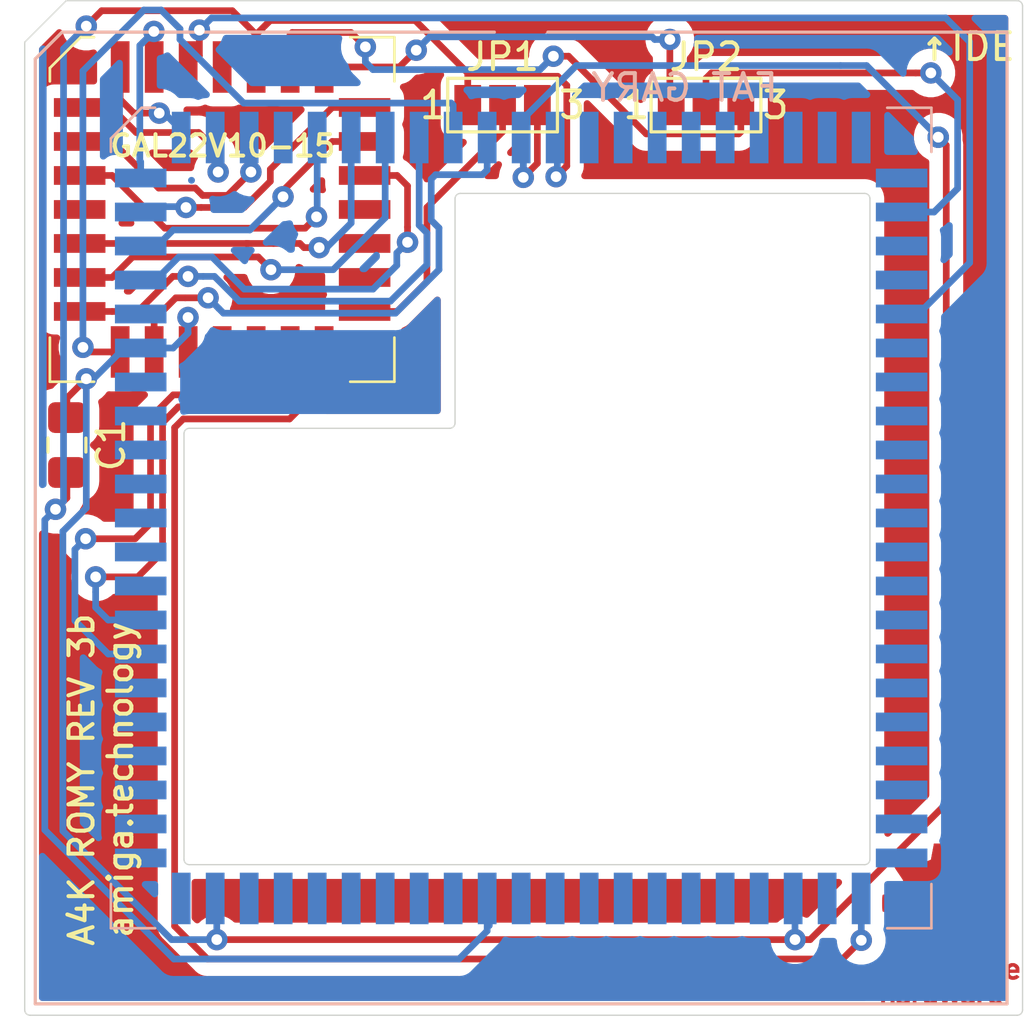
<source format=kicad_pcb>
(kicad_pcb (version 20171130) (host pcbnew 5.1.5+dfsg1-2build2)

  (general
    (thickness 1.6)
    (drawings 22)
    (tracks 305)
    (zones 0)
    (modules 6)
    (nets 90)
  )

  (page A4)
  (layers
    (0 F.Cu signal)
    (31 B.Cu signal)
    (32 B.Adhes user)
    (33 F.Adhes user)
    (34 B.Paste user hide)
    (35 F.Paste user)
    (36 B.SilkS user)
    (37 F.SilkS user)
    (38 B.Mask user)
    (39 F.Mask user)
    (40 Dwgs.User user)
    (41 Cmts.User user)
    (42 Eco1.User user)
    (43 Eco2.User user)
    (44 Edge.Cuts user)
    (45 Margin user)
    (46 B.CrtYd user)
    (47 F.CrtYd user)
    (48 B.Fab user)
    (49 F.Fab user)
  )

  (setup
    (last_trace_width 0.25)
    (trace_clearance 0.2)
    (zone_clearance 0.508)
    (zone_45_only no)
    (trace_min 0.2)
    (via_size 0.8)
    (via_drill 0.4)
    (via_min_size 0.4)
    (via_min_drill 0.3)
    (uvia_size 0.3)
    (uvia_drill 0.1)
    (uvias_allowed no)
    (uvia_min_size 0.2)
    (uvia_min_drill 0.1)
    (edge_width 0.05)
    (segment_width 0.2)
    (pcb_text_width 0.3)
    (pcb_text_size 1.5 1.5)
    (mod_edge_width 0.12)
    (mod_text_size 1 1)
    (mod_text_width 0.15)
    (pad_size 1.524 1.524)
    (pad_drill 0.762)
    (pad_to_mask_clearance 0.051)
    (solder_mask_min_width 0.25)
    (aux_axis_origin 0 0)
    (visible_elements FFFFFF7F)
    (pcbplotparams
      (layerselection 0x010fc_ffffffff)
      (usegerberextensions false)
      (usegerberattributes true)
      (usegerberadvancedattributes false)
      (creategerberjobfile false)
      (excludeedgelayer true)
      (linewidth 0.100000)
      (plotframeref false)
      (viasonmask false)
      (mode 1)
      (useauxorigin false)
      (hpglpennumber 1)
      (hpglpenspeed 20)
      (hpglpendiameter 15.000000)
      (psnegative false)
      (psa4output false)
      (plotreference true)
      (plotvalue true)
      (plotinvisibletext false)
      (padsonsilk false)
      (subtractmaskfromsilk false)
      (outputformat 1)
      (mirror false)
      (drillshape 0)
      (scaleselection 1)
      (outputdirectory "gerber2/"))
  )

  (net 0 "")
  (net 1 "Net-(C1-Pad2)")
  (net 2 "Net-(C1-Pad1)")
  (net 3 "Net-(IC1-Pad25)")
  (net 4 "Net-(IC1-Pad24)")
  (net 5 "Net-(IC1-Pad23)")
  (net 6 "Net-(IC1-Pad22)")
  (net 7 "Net-(IC1-Pad21)")
  (net 8 "Net-(IC1-Pad20)")
  (net 9 "Net-(IC1-Pad19)")
  (net 10 "Net-(IC1-Pad18)")
  (net 11 "Net-(IC1-Pad17)")
  (net 12 "Net-(IC1-Pad16)")
  (net 13 "Net-(IC1-Pad15)")
  (net 14 "Net-(IC1-Pad13)")
  (net 15 "Net-(IC1-Pad12)")
  (net 16 "Net-(IC1-Pad11)")
  (net 17 "Net-(IC1-Pad10)")
  (net 18 "Net-(IC1-Pad9)")
  (net 19 "Net-(IC1-Pad8)")
  (net 20 "Net-(IC1-Pad7)")
  (net 21 "Net-(IC1-Pad6)")
  (net 22 "Net-(IC1-Pad5)")
  (net 23 "Net-(IC1-Pad26)")
  (net 24 "Net-(IC1-Pad27)")
  (net 25 "Net-(IC1-Pad4)")
  (net 26 "Net-(IC1-Pad3)")
  (net 27 "Net-(IC1-Pad2)")
  (net 28 "Net-(IC1-Pad1)")
  (net 29 "Net-(IC2-Pad74)")
  (net 30 "Net-(IC2-Pad73)")
  (net 31 "Net-(IC2-Pad72)")
  (net 32 "Net-(IC2-Pad71)")
  (net 33 "Net-(IC2-Pad69)")
  (net 34 "Net-(IC2-Pad68)")
  (net 35 "Net-(IC2-Pad67)")
  (net 36 "Net-(IC2-Pad66)")
  (net 37 "Net-(IC2-Pad65)")
  (net 38 "Net-(IC2-Pad64)")
  (net 39 "Net-(IC2-Pad63)")
  (net 40 "Net-(IC2-Pad62)")
  (net 41 "Net-(IC2-Pad61)")
  (net 42 "Net-(IC2-Pad60)")
  (net 43 "Net-(IC2-Pad59)")
  (net 44 "Net-(IC2-Pad58)")
  (net 45 "Net-(IC2-Pad57)")
  (net 46 "Net-(IC2-Pad56)")
  (net 47 "Net-(IC2-Pad55)")
  (net 48 "Net-(IC2-Pad54)")
  (net 49 "Net-(IC2-Pad52)")
  (net 50 "Net-(IC2-Pad50)")
  (net 51 "Net-(IC2-Pad49)")
  (net 52 "Net-(IC2-Pad48)")
  (net 53 "Net-(IC2-Pad47)")
  (net 54 "Net-(IC2-Pad46)")
  (net 55 "Net-(IC2-Pad45)")
  (net 56 "Net-(IC2-Pad44)")
  (net 57 "Net-(IC2-Pad43)")
  (net 58 "Net-(IC2-Pad41)")
  (net 59 "Net-(IC2-Pad40)")
  (net 60 "Net-(IC2-Pad39)")
  (net 61 "Net-(IC2-Pad38)")
  (net 62 "Net-(IC2-Pad37)")
  (net 63 "Net-(IC2-Pad36)")
  (net 64 "Net-(IC2-Pad35)")
  (net 65 "Net-(IC2-Pad33)")
  (net 66 "Net-(IC2-Pad32)")
  (net 67 "Net-(IC2-Pad31)")
  (net 68 "Net-(IC2-Pad30)")
  (net 69 "Net-(IC2-Pad29)")
  (net 70 "Net-(IC2-Pad28)")
  (net 71 "Net-(IC2-Pad27)")
  (net 72 "Net-(IC2-Pad24)")
  (net 73 "Net-(IC2-Pad23)")
  (net 74 "Net-(IC2-Pad22)")
  (net 75 "Net-(IC2-Pad21)")
  (net 76 "Net-(IC2-Pad20)")
  (net 77 "Net-(IC2-Pad19)")
  (net 78 "Net-(IC2-Pad18)")
  (net 79 "Net-(IC2-Pad16)")
  (net 80 "Net-(IC2-Pad75)")
  (net 81 "Net-(IC2-Pad76)")
  (net 82 "Net-(IC2-Pad77)")
  (net 83 "Net-(IC2-Pad78)")
  (net 84 "Net-(IC2-Pad79)")
  (net 85 "Net-(IC2-Pad80)")
  (net 86 "Net-(IC2-Pad81)")
  (net 87 "Net-(IC2-Pad82)")
  (net 88 "Net-(IC2-Pad83)")
  (net 89 "Net-(IC2-Pad8)")

  (net_class Default "This is the default net class."
    (clearance 0.2)
    (trace_width 0.25)
    (via_dia 0.8)
    (via_drill 0.4)
    (uvia_dia 0.3)
    (uvia_drill 0.1)
    (add_net "Net-(C1-Pad1)")
    (add_net "Net-(C1-Pad2)")
    (add_net "Net-(IC1-Pad1)")
    (add_net "Net-(IC1-Pad10)")
    (add_net "Net-(IC1-Pad11)")
    (add_net "Net-(IC1-Pad12)")
    (add_net "Net-(IC1-Pad13)")
    (add_net "Net-(IC1-Pad15)")
    (add_net "Net-(IC1-Pad16)")
    (add_net "Net-(IC1-Pad17)")
    (add_net "Net-(IC1-Pad18)")
    (add_net "Net-(IC1-Pad19)")
    (add_net "Net-(IC1-Pad2)")
    (add_net "Net-(IC1-Pad20)")
    (add_net "Net-(IC1-Pad21)")
    (add_net "Net-(IC1-Pad22)")
    (add_net "Net-(IC1-Pad23)")
    (add_net "Net-(IC1-Pad24)")
    (add_net "Net-(IC1-Pad25)")
    (add_net "Net-(IC1-Pad26)")
    (add_net "Net-(IC1-Pad27)")
    (add_net "Net-(IC1-Pad3)")
    (add_net "Net-(IC1-Pad4)")
    (add_net "Net-(IC1-Pad5)")
    (add_net "Net-(IC1-Pad6)")
    (add_net "Net-(IC1-Pad7)")
    (add_net "Net-(IC1-Pad8)")
    (add_net "Net-(IC1-Pad9)")
    (add_net "Net-(IC2-Pad16)")
    (add_net "Net-(IC2-Pad18)")
    (add_net "Net-(IC2-Pad19)")
    (add_net "Net-(IC2-Pad20)")
    (add_net "Net-(IC2-Pad21)")
    (add_net "Net-(IC2-Pad22)")
    (add_net "Net-(IC2-Pad23)")
    (add_net "Net-(IC2-Pad24)")
    (add_net "Net-(IC2-Pad27)")
    (add_net "Net-(IC2-Pad28)")
    (add_net "Net-(IC2-Pad29)")
    (add_net "Net-(IC2-Pad30)")
    (add_net "Net-(IC2-Pad31)")
    (add_net "Net-(IC2-Pad32)")
    (add_net "Net-(IC2-Pad33)")
    (add_net "Net-(IC2-Pad35)")
    (add_net "Net-(IC2-Pad36)")
    (add_net "Net-(IC2-Pad37)")
    (add_net "Net-(IC2-Pad38)")
    (add_net "Net-(IC2-Pad39)")
    (add_net "Net-(IC2-Pad40)")
    (add_net "Net-(IC2-Pad41)")
    (add_net "Net-(IC2-Pad43)")
    (add_net "Net-(IC2-Pad44)")
    (add_net "Net-(IC2-Pad45)")
    (add_net "Net-(IC2-Pad46)")
    (add_net "Net-(IC2-Pad47)")
    (add_net "Net-(IC2-Pad48)")
    (add_net "Net-(IC2-Pad49)")
    (add_net "Net-(IC2-Pad50)")
    (add_net "Net-(IC2-Pad52)")
    (add_net "Net-(IC2-Pad54)")
    (add_net "Net-(IC2-Pad55)")
    (add_net "Net-(IC2-Pad56)")
    (add_net "Net-(IC2-Pad57)")
    (add_net "Net-(IC2-Pad58)")
    (add_net "Net-(IC2-Pad59)")
    (add_net "Net-(IC2-Pad60)")
    (add_net "Net-(IC2-Pad61)")
    (add_net "Net-(IC2-Pad62)")
    (add_net "Net-(IC2-Pad63)")
    (add_net "Net-(IC2-Pad64)")
    (add_net "Net-(IC2-Pad65)")
    (add_net "Net-(IC2-Pad66)")
    (add_net "Net-(IC2-Pad67)")
    (add_net "Net-(IC2-Pad68)")
    (add_net "Net-(IC2-Pad69)")
    (add_net "Net-(IC2-Pad71)")
    (add_net "Net-(IC2-Pad72)")
    (add_net "Net-(IC2-Pad73)")
    (add_net "Net-(IC2-Pad74)")
    (add_net "Net-(IC2-Pad75)")
    (add_net "Net-(IC2-Pad76)")
    (add_net "Net-(IC2-Pad77)")
    (add_net "Net-(IC2-Pad78)")
    (add_net "Net-(IC2-Pad79)")
    (add_net "Net-(IC2-Pad8)")
    (add_net "Net-(IC2-Pad80)")
    (add_net "Net-(IC2-Pad81)")
    (add_net "Net-(IC2-Pad82)")
    (add_net "Net-(IC2-Pad83)")
  )

  (module Symbol:OSHW-Logo_5.7x6mm_Copper locked (layer F.Cu) (tedit 0) (tstamp 5F4D1791)
    (at 106.2 84.925)
    (descr "Open Source Hardware Logo")
    (tags "Logo OSHW")
    (attr virtual)
    (fp_text reference REF** (at 0 0) (layer F.SilkS) hide
      (effects (font (size 1 1) (thickness 0.15)))
    )
    (fp_text value OSHW-Logo_5.7x6mm_Copper (at 0.75 0) (layer F.Fab) hide
      (effects (font (size 1 1) (thickness 0.15)))
    )
    (fp_poly (pts (xy 0.376964 -2.709982) (xy 0.433812 -2.40843) (xy 0.853338 -2.235488) (xy 1.104984 -2.406605)
      (xy 1.175458 -2.45425) (xy 1.239163 -2.49679) (xy 1.293126 -2.532285) (xy 1.334373 -2.55879)
      (xy 1.359934 -2.574364) (xy 1.366895 -2.577722) (xy 1.379435 -2.569086) (xy 1.406231 -2.545208)
      (xy 1.44428 -2.509141) (xy 1.490579 -2.463933) (xy 1.542123 -2.412636) (xy 1.595909 -2.358299)
      (xy 1.648935 -2.303972) (xy 1.698195 -2.252705) (xy 1.740687 -2.207549) (xy 1.773407 -2.171554)
      (xy 1.793351 -2.14777) (xy 1.798119 -2.13981) (xy 1.791257 -2.125135) (xy 1.77202 -2.092986)
      (xy 1.74243 -2.046508) (xy 1.70451 -1.988844) (xy 1.660282 -1.92314) (xy 1.634654 -1.885664)
      (xy 1.587941 -1.817232) (xy 1.546432 -1.75548) (xy 1.51214 -1.703481) (xy 1.48708 -1.664308)
      (xy 1.473264 -1.641035) (xy 1.471188 -1.636145) (xy 1.475895 -1.622245) (xy 1.488723 -1.58985)
      (xy 1.507738 -1.543515) (xy 1.531003 -1.487794) (xy 1.556584 -1.427242) (xy 1.582545 -1.366414)
      (xy 1.60695 -1.309864) (xy 1.627863 -1.262148) (xy 1.643349 -1.227819) (xy 1.651472 -1.211432)
      (xy 1.651952 -1.210788) (xy 1.664707 -1.207659) (xy 1.698677 -1.200679) (xy 1.75034 -1.190533)
      (xy 1.816176 -1.177908) (xy 1.892664 -1.163491) (xy 1.93729 -1.155177) (xy 2.019021 -1.139616)
      (xy 2.092843 -1.124808) (xy 2.155021 -1.111564) (xy 2.201822 -1.100695) (xy 2.229509 -1.093011)
      (xy 2.235074 -1.090573) (xy 2.240526 -1.07407) (xy 2.244924 -1.0368) (xy 2.248272 -0.98312)
      (xy 2.250574 -0.917388) (xy 2.251832 -0.843963) (xy 2.252048 -0.767204) (xy 2.251227 -0.691468)
      (xy 2.249371 -0.621114) (xy 2.246482 -0.5605) (xy 2.242565 -0.513984) (xy 2.237622 -0.485925)
      (xy 2.234657 -0.480084) (xy 2.216934 -0.473083) (xy 2.179381 -0.463073) (xy 2.126964 -0.451231)
      (xy 2.064652 -0.438733) (xy 2.0429 -0.43469) (xy 1.938024 -0.41548) (xy 1.85518 -0.400009)
      (xy 1.79163 -0.387663) (xy 1.744637 -0.377827) (xy 1.711463 -0.369886) (xy 1.689371 -0.363224)
      (xy 1.675624 -0.357227) (xy 1.667484 -0.351281) (xy 1.666345 -0.350106) (xy 1.654977 -0.331174)
      (xy 1.637635 -0.294331) (xy 1.61605 -0.244087) (xy 1.591954 -0.184954) (xy 1.567079 -0.121444)
      (xy 1.543157 -0.058068) (xy 1.521919 0.000662) (xy 1.505097 0.050235) (xy 1.494422 0.086139)
      (xy 1.491627 0.103862) (xy 1.49186 0.104483) (xy 1.501331 0.11897) (xy 1.522818 0.150844)
      (xy 1.554063 0.196789) (xy 1.592807 0.253485) (xy 1.636793 0.317617) (xy 1.649319 0.335842)
      (xy 1.693984 0.401914) (xy 1.733288 0.4622) (xy 1.765088 0.513235) (xy 1.787245 0.55156)
      (xy 1.797617 0.573711) (xy 1.798119 0.576432) (xy 1.789405 0.590736) (xy 1.765325 0.619072)
      (xy 1.728976 0.658396) (xy 1.683453 0.705661) (xy 1.631852 0.757823) (xy 1.577267 0.811835)
      (xy 1.522794 0.864653) (xy 1.471529 0.913231) (xy 1.426567 0.954523) (xy 1.391004 0.985485)
      (xy 1.367935 1.00307) (xy 1.361554 1.005941) (xy 1.346699 0.999178) (xy 1.316286 0.980939)
      (xy 1.275268 0.954297) (xy 1.243709 0.932852) (xy 1.186525 0.893503) (xy 1.118806 0.847171)
      (xy 1.05088 0.800913) (xy 1.014361 0.776155) (xy 0.890752 0.692547) (xy 0.786991 0.74865)
      (xy 0.73972 0.773228) (xy 0.699523 0.792331) (xy 0.672326 0.803227) (xy 0.665402 0.804743)
      (xy 0.657077 0.793549) (xy 0.640654 0.761917) (xy 0.617357 0.712765) (xy 0.588414 0.64901)
      (xy 0.55505 0.573571) (xy 0.518491 0.489364) (xy 0.479964 0.399308) (xy 0.440694 0.306321)
      (xy 0.401908 0.21332) (xy 0.36483 0.123223) (xy 0.330689 0.038948) (xy 0.300708 -0.036587)
      (xy 0.276116 -0.100466) (xy 0.258136 -0.149769) (xy 0.247997 -0.181579) (xy 0.246366 -0.192504)
      (xy 0.259291 -0.206439) (xy 0.287589 -0.22906) (xy 0.325346 -0.255667) (xy 0.328515 -0.257772)
      (xy 0.4261 -0.335886) (xy 0.504786 -0.427018) (xy 0.563891 -0.528255) (xy 0.602732 -0.636682)
      (xy 0.620628 -0.749386) (xy 0.616897 -0.863452) (xy 0.590857 -0.975966) (xy 0.541825 -1.084015)
      (xy 0.5274 -1.107655) (xy 0.452369 -1.203113) (xy 0.36373 -1.279768) (xy 0.264549 -1.33722)
      (xy 0.157895 -1.375071) (xy 0.046836 -1.392922) (xy -0.065561 -1.390375) (xy -0.176227 -1.36703)
      (xy -0.282094 -1.32249) (xy -0.380095 -1.256355) (xy -0.41041 -1.229513) (xy -0.487562 -1.145488)
      (xy -0.543782 -1.057034) (xy -0.582347 -0.957885) (xy -0.603826 -0.859697) (xy -0.609128 -0.749303)
      (xy -0.591448 -0.63836) (xy -0.552581 -0.530619) (xy -0.494323 -0.429831) (xy -0.418469 -0.339744)
      (xy -0.326817 -0.264108) (xy -0.314772 -0.256136) (xy -0.276611 -0.230026) (xy -0.247601 -0.207405)
      (xy -0.233732 -0.192961) (xy -0.233531 -0.192504) (xy -0.236508 -0.176879) (xy -0.248311 -0.141418)
      (xy -0.267714 -0.089038) (xy -0.293488 -0.022655) (xy -0.324409 0.054814) (xy -0.359249 0.14045)
      (xy -0.396783 0.231337) (xy -0.435783 0.324559) (xy -0.475023 0.417197) (xy -0.513276 0.506335)
      (xy -0.549317 0.589055) (xy -0.581917 0.662441) (xy -0.609852 0.723575) (xy -0.631895 0.769541)
      (xy -0.646818 0.797421) (xy -0.652828 0.804743) (xy -0.671191 0.799041) (xy -0.705552 0.783749)
      (xy -0.749984 0.761599) (xy -0.774417 0.74865) (xy -0.878178 0.692547) (xy -1.001787 0.776155)
      (xy -1.064886 0.818987) (xy -1.13397 0.866122) (xy -1.198707 0.910503) (xy -1.231134 0.932852)
      (xy -1.276741 0.963477) (xy -1.31536 0.987747) (xy -1.341952 1.002587) (xy -1.35059 1.005724)
      (xy -1.363161 0.997261) (xy -1.390984 0.973636) (xy -1.431361 0.937302) (xy -1.481595 0.890711)
      (xy -1.538988 0.836317) (xy -1.575286 0.801392) (xy -1.63879 0.738996) (xy -1.693673 0.683188)
      (xy -1.737714 0.636354) (xy -1.768695 0.600882) (xy -1.784398 0.579161) (xy -1.785905 0.574752)
      (xy -1.778914 0.557985) (xy -1.759594 0.524082) (xy -1.730091 0.476476) (xy -1.692545 0.418599)
      (xy -1.6491 0.353884) (xy -1.636745 0.335842) (xy -1.591727 0.270267) (xy -1.55134 0.211228)
      (xy -1.51784 0.162042) (xy -1.493486 0.126028) (xy -1.480536 0.106502) (xy -1.479285 0.104483)
      (xy -1.481156 0.088922) (xy -1.491087 0.054709) (xy -1.507347 0.006355) (xy -1.528205 -0.051629)
      (xy -1.551927 -0.11473) (xy -1.576784 -0.178437) (xy -1.601042 -0.238239) (xy -1.622971 -0.289624)
      (xy -1.640838 -0.328081) (xy -1.652913 -0.349098) (xy -1.653771 -0.350106) (xy -1.661154 -0.356112)
      (xy -1.673625 -0.362052) (xy -1.69392 -0.36854) (xy -1.724778 -0.376191) (xy -1.768934 -0.38562)
      (xy -1.829126 -0.397441) (xy -1.908093 -0.412271) (xy -2.00857 -0.430723) (xy -2.030325 -0.43469)
      (xy -2.094802 -0.447147) (xy -2.151011 -0.459334) (xy -2.193987 -0.470074) (xy -2.21876 -0.478191)
      (xy -2.222082 -0.480084) (xy -2.227556 -0.496862) (xy -2.232006 -0.534355) (xy -2.235428 -0.588206)
      (xy -2.237819 -0.654056) (xy -2.239177 -0.727547) (xy -2.239499 -0.80432) (xy -2.238781 -0.880017)
      (xy -2.237021 -0.95028) (xy -2.234216 -1.01075) (xy -2.230362 -1.05707) (xy -2.225457 -1.084881)
      (xy -2.2225 -1.090573) (xy -2.206037 -1.096314) (xy -2.168551 -1.105655) (xy -2.113775 -1.117785)
      (xy -2.045445 -1.131893) (xy -1.967294 -1.14717) (xy -1.924716 -1.155177) (xy -1.843929 -1.170279)
      (xy -1.771887 -1.18396) (xy -1.712111 -1.195533) (xy -1.668121 -1.204313) (xy -1.643439 -1.209613)
      (xy -1.639377 -1.210788) (xy -1.632511 -1.224035) (xy -1.617998 -1.255943) (xy -1.597771 -1.301953)
      (xy -1.573766 -1.357508) (xy -1.547918 -1.418047) (xy -1.52216 -1.479014) (xy -1.498427 -1.535849)
      (xy -1.478654 -1.583994) (xy -1.464776 -1.61889) (xy -1.458726 -1.635979) (xy -1.458614 -1.636726)
      (xy -1.465472 -1.650207) (xy -1.484698 -1.68123) (xy -1.514272 -1.726711) (xy -1.552173 -1.783568)
      (xy -1.59638 -1.848717) (xy -1.622079 -1.886138) (xy -1.668907 -1.954753) (xy -1.710499 -2.017048)
      (xy -1.744825 -2.069871) (xy -1.769857 -2.110073) (xy -1.783565 -2.1345) (xy -1.785544 -2.139976)
      (xy -1.777034 -2.152722) (xy -1.753507 -2.179937) (xy -1.717968 -2.218572) (xy -1.673423 -2.265577)
      (xy -1.622877 -2.317905) (xy -1.569336 -2.372505) (xy -1.515805 -2.42633) (xy -1.465289 -2.47633)
      (xy -1.420794 -2.519457) (xy -1.385325 -2.552661) (xy -1.361887 -2.572894) (xy -1.354046 -2.577722)
      (xy -1.34128 -2.570933) (xy -1.310744 -2.551858) (xy -1.26541 -2.522439) (xy -1.208244 -2.484619)
      (xy -1.142216 -2.440339) (xy -1.09241 -2.406605) (xy -0.840764 -2.235488) (xy -0.631001 -2.321959)
      (xy -0.421237 -2.40843) (xy -0.364389 -2.709982) (xy -0.30754 -3.011534) (xy 0.320115 -3.011534)
      (xy 0.376964 -2.709982)) (layer F.Cu) (width 0.01))
    (fp_poly (pts (xy 1.79946 1.45803) (xy 1.842711 1.471245) (xy 1.870558 1.487941) (xy 1.879629 1.501145)
      (xy 1.877132 1.516797) (xy 1.860931 1.541385) (xy 1.847232 1.5588) (xy 1.818992 1.590283)
      (xy 1.797775 1.603529) (xy 1.779688 1.602664) (xy 1.726035 1.58901) (xy 1.68663 1.58963)
      (xy 1.654632 1.605104) (xy 1.64389 1.614161) (xy 1.609505 1.646027) (xy 1.609505 2.062179)
      (xy 1.471188 2.062179) (xy 1.471188 1.458614) (xy 1.540347 1.458614) (xy 1.581869 1.460256)
      (xy 1.603291 1.466087) (xy 1.609502 1.477461) (xy 1.609505 1.477798) (xy 1.612439 1.489713)
      (xy 1.625704 1.488159) (xy 1.644084 1.479563) (xy 1.682046 1.463568) (xy 1.712872 1.453945)
      (xy 1.752536 1.451478) (xy 1.79946 1.45803)) (layer F.Cu) (width 0.01))
    (fp_poly (pts (xy -0.754012 1.469002) (xy -0.722717 1.48395) (xy -0.692409 1.505541) (xy -0.669318 1.530391)
      (xy -0.6525 1.562087) (xy -0.641006 1.604214) (xy -0.633891 1.660358) (xy -0.630207 1.734106)
      (xy -0.629008 1.829044) (xy -0.628989 1.838985) (xy -0.628713 2.062179) (xy -0.76703 2.062179)
      (xy -0.76703 1.856418) (xy -0.767128 1.780189) (xy -0.767809 1.724939) (xy -0.769651 1.686501)
      (xy -0.773233 1.660706) (xy -0.779132 1.643384) (xy -0.787927 1.630368) (xy -0.80018 1.617507)
      (xy -0.843047 1.589873) (xy -0.889843 1.584745) (xy -0.934424 1.602217) (xy -0.949928 1.615221)
      (xy -0.96131 1.627447) (xy -0.969481 1.64054) (xy -0.974974 1.658615) (xy -0.97832 1.685787)
      (xy -0.980051 1.72617) (xy -0.980697 1.783879) (xy -0.980792 1.854132) (xy -0.980792 2.062179)
      (xy -1.119109 2.062179) (xy -1.119109 1.458614) (xy -1.04995 1.458614) (xy -1.008428 1.460256)
      (xy -0.987006 1.466087) (xy -0.980795 1.477461) (xy -0.980792 1.477798) (xy -0.97791 1.488938)
      (xy -0.965199 1.487674) (xy -0.939926 1.475434) (xy -0.882605 1.457424) (xy -0.817037 1.455421)
      (xy -0.754012 1.469002)) (layer F.Cu) (width 0.01))
    (fp_poly (pts (xy 2.677898 1.456457) (xy 2.710096 1.464279) (xy 2.771825 1.492921) (xy 2.82461 1.536667)
      (xy 2.861141 1.589117) (xy 2.86616 1.600893) (xy 2.873045 1.63174) (xy 2.877864 1.677371)
      (xy 2.879505 1.723492) (xy 2.879505 1.810693) (xy 2.697178 1.810693) (xy 2.621979 1.810978)
      (xy 2.569003 1.812704) (xy 2.535325 1.817181) (xy 2.51802 1.82572) (xy 2.514163 1.83963)
      (xy 2.520829 1.860222) (xy 2.53277 1.884315) (xy 2.56608 1.924525) (xy 2.612368 1.944558)
      (xy 2.668944 1.943905) (xy 2.733031 1.922101) (xy 2.788417 1.895193) (xy 2.834375 1.931532)
      (xy 2.880333 1.967872) (xy 2.837096 2.007819) (xy 2.779374 2.045563) (xy 2.708386 2.06832)
      (xy 2.632029 2.074688) (xy 2.558199 2.063268) (xy 2.546287 2.059393) (xy 2.481399 2.025506)
      (xy 2.43313 1.974986) (xy 2.400465 1.906325) (xy 2.382385 1.818014) (xy 2.382175 1.816121)
      (xy 2.380556 1.719878) (xy 2.3871 1.685542) (xy 2.514852 1.685542) (xy 2.526584 1.690822)
      (xy 2.558438 1.694867) (xy 2.605397 1.697176) (xy 2.635154 1.697525) (xy 2.690648 1.697306)
      (xy 2.725346 1.695916) (xy 2.743601 1.692251) (xy 2.749766 1.68521) (xy 2.748195 1.67369)
      (xy 2.746878 1.669233) (xy 2.724382 1.627355) (xy 2.689003 1.593604) (xy 2.65778 1.578773)
      (xy 2.616301 1.579668) (xy 2.574269 1.598164) (xy 2.539012 1.628786) (xy 2.517854 1.666062)
      (xy 2.514852 1.685542) (xy 2.3871 1.685542) (xy 2.39669 1.635229) (xy 2.428698 1.564191)
      (xy 2.474701 1.508779) (xy 2.532821 1.471009) (xy 2.60118 1.452896) (xy 2.677898 1.456457)) (layer F.Cu) (width 0.01))
    (fp_poly (pts (xy 2.217226 1.46388) (xy 2.29008 1.49483) (xy 2.313027 1.509895) (xy 2.342354 1.533048)
      (xy 2.360764 1.551253) (xy 2.363961 1.557183) (xy 2.354935 1.57034) (xy 2.331837 1.592667)
      (xy 2.313344 1.60825) (xy 2.262728 1.648926) (xy 2.22276 1.615295) (xy 2.191874 1.593584)
      (xy 2.161759 1.58609) (xy 2.127292 1.58792) (xy 2.072561 1.601528) (xy 2.034886 1.629772)
      (xy 2.011991 1.675433) (xy 2.001597 1.741289) (xy 2.001595 1.741331) (xy 2.002494 1.814939)
      (xy 2.016463 1.868946) (xy 2.044328 1.905716) (xy 2.063325 1.918168) (xy 2.113776 1.933673)
      (xy 2.167663 1.933683) (xy 2.214546 1.918638) (xy 2.225644 1.911287) (xy 2.253476 1.892511)
      (xy 2.275236 1.889434) (xy 2.298704 1.903409) (xy 2.324649 1.92851) (xy 2.365716 1.97088)
      (xy 2.320121 2.008464) (xy 2.249674 2.050882) (xy 2.170233 2.071785) (xy 2.087215 2.070272)
      (xy 2.032694 2.056411) (xy 1.96897 2.022135) (xy 1.918005 1.968212) (xy 1.894851 1.930149)
      (xy 1.876099 1.875536) (xy 1.866715 1.806369) (xy 1.866643 1.731407) (xy 1.875824 1.659409)
      (xy 1.894199 1.599137) (xy 1.897093 1.592958) (xy 1.939952 1.532351) (xy 1.997979 1.488224)
      (xy 2.066591 1.461493) (xy 2.141201 1.453073) (xy 2.217226 1.46388)) (layer F.Cu) (width 0.01))
    (fp_poly (pts (xy 0.993367 1.654342) (xy 0.994555 1.746563) (xy 0.998897 1.81661) (xy 1.007558 1.867381)
      (xy 1.021704 1.901772) (xy 1.0425 1.922679) (xy 1.07111 1.933) (xy 1.106535 1.935636)
      (xy 1.143636 1.932682) (xy 1.171818 1.921889) (xy 1.192243 1.90036) (xy 1.206079 1.865199)
      (xy 1.214491 1.81351) (xy 1.218643 1.742394) (xy 1.219703 1.654342) (xy 1.219703 1.458614)
      (xy 1.35802 1.458614) (xy 1.35802 2.062179) (xy 1.288862 2.062179) (xy 1.24717 2.060489)
      (xy 1.225701 2.054556) (xy 1.219703 2.043293) (xy 1.216091 2.033261) (xy 1.201714 2.035383)
      (xy 1.172736 2.04958) (xy 1.106319 2.07148) (xy 1.035875 2.069928) (xy 0.968377 2.046147)
      (xy 0.936233 2.027362) (xy 0.911715 2.007022) (xy 0.893804 1.981573) (xy 0.881479 1.947458)
      (xy 0.873723 1.901121) (xy 0.869516 1.839007) (xy 0.86784 1.757561) (xy 0.867624 1.694578)
      (xy 0.867624 1.458614) (xy 0.993367 1.458614) (xy 0.993367 1.654342)) (layer F.Cu) (width 0.01))
    (fp_poly (pts (xy 0.610762 1.466055) (xy 0.674363 1.500692) (xy 0.724123 1.555372) (xy 0.747568 1.599842)
      (xy 0.757634 1.639121) (xy 0.764156 1.695116) (xy 0.766951 1.759621) (xy 0.765836 1.824429)
      (xy 0.760626 1.881334) (xy 0.754541 1.911727) (xy 0.734014 1.953306) (xy 0.698463 1.997468)
      (xy 0.655619 2.036087) (xy 0.613211 2.061034) (xy 0.612177 2.06143) (xy 0.559553 2.072331)
      (xy 0.497188 2.072601) (xy 0.437924 2.062676) (xy 0.41504 2.054722) (xy 0.356102 2.0213)
      (xy 0.31389 1.977511) (xy 0.286156 1.919538) (xy 0.270651 1.843565) (xy 0.267143 1.803771)
      (xy 0.26759 1.753766) (xy 0.402376 1.753766) (xy 0.406917 1.826732) (xy 0.419986 1.882334)
      (xy 0.440756 1.917861) (xy 0.455552 1.92802) (xy 0.493464 1.935104) (xy 0.538527 1.933007)
      (xy 0.577487 1.922812) (xy 0.587704 1.917204) (xy 0.614659 1.884538) (xy 0.632451 1.834545)
      (xy 0.640024 1.773705) (xy 0.636325 1.708497) (xy 0.628057 1.669253) (xy 0.60432 1.623805)
      (xy 0.566849 1.595396) (xy 0.52172 1.585573) (xy 0.475011 1.595887) (xy 0.439132 1.621112)
      (xy 0.420277 1.641925) (xy 0.409272 1.662439) (xy 0.404026 1.690203) (xy 0.402449 1.732762)
      (xy 0.402376 1.753766) (xy 0.26759 1.753766) (xy 0.268094 1.69758) (xy 0.285388 1.610501)
      (xy 0.319029 1.54253) (xy 0.369018 1.493664) (xy 0.435356 1.463899) (xy 0.449601 1.460448)
      (xy 0.53521 1.452345) (xy 0.610762 1.466055)) (layer F.Cu) (width 0.01))
    (fp_poly (pts (xy 0.014017 1.456452) (xy 0.061634 1.465482) (xy 0.111034 1.48437) (xy 0.116312 1.486777)
      (xy 0.153774 1.506476) (xy 0.179717 1.524781) (xy 0.188103 1.536508) (xy 0.180117 1.555632)
      (xy 0.16072 1.58385) (xy 0.15211 1.594384) (xy 0.116628 1.635847) (xy 0.070885 1.608858)
      (xy 0.02735 1.590878) (xy -0.02295 1.581267) (xy -0.071188 1.58066) (xy -0.108533 1.589691)
      (xy -0.117495 1.595327) (xy -0.134563 1.621171) (xy -0.136637 1.650941) (xy -0.123866 1.674197)
      (xy -0.116312 1.678708) (xy -0.093675 1.684309) (xy -0.053885 1.690892) (xy -0.004834 1.697183)
      (xy 0.004215 1.69817) (xy 0.082996 1.711798) (xy 0.140136 1.734946) (xy 0.17803 1.769752)
      (xy 0.199079 1.818354) (xy 0.205635 1.877718) (xy 0.196577 1.945198) (xy 0.167164 1.998188)
      (xy 0.117278 2.036783) (xy 0.0468 2.061081) (xy -0.031435 2.070667) (xy -0.095234 2.070552)
      (xy -0.146984 2.061845) (xy -0.182327 2.049825) (xy -0.226983 2.02888) (xy -0.268253 2.004574)
      (xy -0.282921 1.993876) (xy -0.320643 1.963084) (xy -0.275148 1.917049) (xy -0.229653 1.871013)
      (xy -0.177928 1.905243) (xy -0.126048 1.930952) (xy -0.070649 1.944399) (xy -0.017395 1.945818)
      (xy 0.028049 1.935443) (xy 0.060016 1.913507) (xy 0.070338 1.894998) (xy 0.068789 1.865314)
      (xy 0.04314 1.842615) (xy -0.00654 1.82694) (xy -0.060969 1.819695) (xy -0.144736 1.805873)
      (xy -0.206967 1.779796) (xy -0.248493 1.740699) (xy -0.270147 1.68782) (xy -0.273147 1.625126)
      (xy -0.258329 1.559642) (xy -0.224546 1.510144) (xy -0.171495 1.476408) (xy -0.098874 1.458207)
      (xy -0.045072 1.454639) (xy 0.014017 1.456452)) (layer F.Cu) (width 0.01))
    (fp_poly (pts (xy -1.356699 1.472614) (xy -1.344168 1.478514) (xy -1.300799 1.510283) (xy -1.25979 1.556646)
      (xy -1.229168 1.607696) (xy -1.220459 1.631166) (xy -1.212512 1.673091) (xy -1.207774 1.723757)
      (xy -1.207199 1.744679) (xy -1.207129 1.810693) (xy -1.587083 1.810693) (xy -1.578983 1.845273)
      (xy -1.559104 1.88617) (xy -1.524347 1.921514) (xy -1.482998 1.944282) (xy -1.456649 1.94901)
      (xy -1.420916 1.943273) (xy -1.378282 1.928882) (xy -1.363799 1.922262) (xy -1.31024 1.895513)
      (xy -1.264533 1.930376) (xy -1.238158 1.953955) (xy -1.224124 1.973417) (xy -1.223414 1.979129)
      (xy -1.235951 1.992973) (xy -1.263428 2.014012) (xy -1.288366 2.030425) (xy -1.355664 2.05993)
      (xy -1.43111 2.073284) (xy -1.505888 2.069812) (xy -1.565495 2.051663) (xy -1.626941 2.012784)
      (xy -1.670608 1.961595) (xy -1.697926 1.895367) (xy -1.710322 1.811371) (xy -1.711421 1.772936)
      (xy -1.707022 1.684861) (xy -1.706482 1.682299) (xy -1.580582 1.682299) (xy -1.577115 1.690558)
      (xy -1.562863 1.695113) (xy -1.53347 1.697065) (xy -1.484575 1.697517) (xy -1.465748 1.697525)
      (xy -1.408467 1.696843) (xy -1.372141 1.694364) (xy -1.352604 1.689443) (xy -1.34569 1.681434)
      (xy -1.345445 1.678862) (xy -1.353336 1.658423) (xy -1.373085 1.629789) (xy -1.381575 1.619763)
      (xy -1.413094 1.591408) (xy -1.445949 1.580259) (xy -1.463651 1.579327) (xy -1.511539 1.590981)
      (xy -1.551699 1.622285) (xy -1.577173 1.667752) (xy -1.577625 1.669233) (xy -1.580582 1.682299)
      (xy -1.706482 1.682299) (xy -1.692392 1.61551) (xy -1.666038 1.560025) (xy -1.633807 1.520639)
      (xy -1.574217 1.477931) (xy -1.504168 1.455109) (xy -1.429661 1.453046) (xy -1.356699 1.472614)) (layer F.Cu) (width 0.01))
    (fp_poly (pts (xy -2.538261 1.465148) (xy -2.472479 1.494231) (xy -2.42254 1.542793) (xy -2.388374 1.610908)
      (xy -2.369907 1.698651) (xy -2.368583 1.712351) (xy -2.367546 1.808939) (xy -2.380993 1.893602)
      (xy -2.408108 1.962221) (xy -2.422627 1.984294) (xy -2.473201 2.031011) (xy -2.537609 2.061268)
      (xy -2.609666 2.073824) (xy -2.683185 2.067439) (xy -2.739072 2.047772) (xy -2.787132 2.014629)
      (xy -2.826412 1.971175) (xy -2.827092 1.970158) (xy -2.843044 1.943338) (xy -2.85341 1.916368)
      (xy -2.859688 1.882332) (xy -2.863373 1.83431) (xy -2.864997 1.794931) (xy -2.865672 1.759219)
      (xy -2.739955 1.759219) (xy -2.738726 1.79477) (xy -2.734266 1.842094) (xy -2.726397 1.872465)
      (xy -2.712207 1.894072) (xy -2.698917 1.906694) (xy -2.651802 1.933122) (xy -2.602505 1.936653)
      (xy -2.556593 1.917639) (xy -2.533638 1.896331) (xy -2.517096 1.874859) (xy -2.507421 1.854313)
      (xy -2.503174 1.827574) (xy -2.50292 1.787523) (xy -2.504228 1.750638) (xy -2.507043 1.697947)
      (xy -2.511505 1.663772) (xy -2.519548 1.64148) (xy -2.533103 1.624442) (xy -2.543845 1.614703)
      (xy -2.588777 1.589123) (xy -2.637249 1.587847) (xy -2.677894 1.602999) (xy -2.712567 1.634642)
      (xy -2.733224 1.68662) (xy -2.739955 1.759219) (xy -2.865672 1.759219) (xy -2.866479 1.716621)
      (xy -2.863948 1.658056) (xy -2.856362 1.614007) (xy -2.842681 1.579248) (xy -2.821865 1.548551)
      (xy -2.814147 1.539436) (xy -2.765889 1.494021) (xy -2.714128 1.467493) (xy -2.650828 1.456379)
      (xy -2.619961 1.455471) (xy -2.538261 1.465148)) (layer F.Cu) (width 0.01))
    (fp_poly (pts (xy 2.032581 2.40497) (xy 2.092685 2.420597) (xy 2.143021 2.452848) (xy 2.167393 2.47694)
      (xy 2.207345 2.533895) (xy 2.230242 2.599965) (xy 2.238108 2.681182) (xy 2.238148 2.687748)
      (xy 2.238218 2.753763) (xy 1.858264 2.753763) (xy 1.866363 2.788342) (xy 1.880987 2.819659)
      (xy 1.906581 2.852291) (xy 1.911935 2.8575) (xy 1.957943 2.885694) (xy 2.01041 2.890475)
      (xy 2.070803 2.871926) (xy 2.08104 2.866931) (xy 2.112439 2.851745) (xy 2.13347 2.843094)
      (xy 2.137139 2.842293) (xy 2.149948 2.850063) (xy 2.174378 2.869072) (xy 2.186779 2.87946)
      (xy 2.212476 2.903321) (xy 2.220915 2.919077) (xy 2.215058 2.933571) (xy 2.211928 2.937534)
      (xy 2.190725 2.954879) (xy 2.155738 2.975959) (xy 2.131337 2.988265) (xy 2.062072 3.009946)
      (xy 1.985388 3.016971) (xy 1.912765 3.008647) (xy 1.892426 3.002686) (xy 1.829476 2.968952)
      (xy 1.782815 2.917045) (xy 1.752173 2.846459) (xy 1.737282 2.756692) (xy 1.735647 2.709753)
      (xy 1.740421 2.641413) (xy 1.86099 2.641413) (xy 1.872652 2.646465) (xy 1.903998 2.650429)
      (xy 1.949571 2.652768) (xy 1.980446 2.653169) (xy 2.035981 2.652783) (xy 2.071033 2.650975)
      (xy 2.090262 2.646773) (xy 2.09833 2.639203) (xy 2.099901 2.628218) (xy 2.089121 2.594381)
      (xy 2.06198 2.56094) (xy 2.026277 2.535272) (xy 1.99056 2.524772) (xy 1.942048 2.534086)
      (xy 1.900053 2.561013) (xy 1.870936 2.599827) (xy 1.86099 2.641413) (xy 1.740421 2.641413)
      (xy 1.742599 2.610236) (xy 1.764055 2.530949) (xy 1.80047 2.471263) (xy 1.852297 2.430549)
      (xy 1.91999 2.408179) (xy 1.956662 2.403871) (xy 2.032581 2.40497)) (layer F.Cu) (width 0.01))
    (fp_poly (pts (xy 1.635255 2.401486) (xy 1.683595 2.411015) (xy 1.711114 2.425125) (xy 1.740064 2.448568)
      (xy 1.698876 2.500571) (xy 1.673482 2.532064) (xy 1.656238 2.547428) (xy 1.639102 2.549776)
      (xy 1.614027 2.542217) (xy 1.602257 2.537941) (xy 1.55427 2.531631) (xy 1.510324 2.545156)
      (xy 1.47806 2.57571) (xy 1.472819 2.585452) (xy 1.467112 2.611258) (xy 1.462706 2.658817)
      (xy 1.459811 2.724758) (xy 1.458631 2.80571) (xy 1.458614 2.817226) (xy 1.458614 3.017822)
      (xy 1.320297 3.017822) (xy 1.320297 2.401683) (xy 1.389456 2.401683) (xy 1.429333 2.402725)
      (xy 1.450107 2.407358) (xy 1.457789 2.417849) (xy 1.458614 2.427745) (xy 1.458614 2.453806)
      (xy 1.491745 2.427745) (xy 1.529735 2.409965) (xy 1.58077 2.401174) (xy 1.635255 2.401486)) (layer F.Cu) (width 0.01))
    (fp_poly (pts (xy 1.038411 2.405417) (xy 1.091411 2.41829) (xy 1.106731 2.42511) (xy 1.136428 2.442974)
      (xy 1.15922 2.463093) (xy 1.176083 2.488962) (xy 1.187998 2.524073) (xy 1.195942 2.57192)
      (xy 1.200894 2.635996) (xy 1.203831 2.719794) (xy 1.204947 2.775768) (xy 1.209052 3.017822)
      (xy 1.138932 3.017822) (xy 1.096393 3.016038) (xy 1.074476 3.009942) (xy 1.068812 2.999706)
      (xy 1.065821 2.988637) (xy 1.052451 2.990754) (xy 1.034233 2.999629) (xy 0.988624 3.013233)
      (xy 0.930007 3.016899) (xy 0.868354 3.010903) (xy 0.813638 2.995521) (xy 0.80873 2.993386)
      (xy 0.758723 2.958255) (xy 0.725756 2.909419) (xy 0.710587 2.852333) (xy 0.711746 2.831824)
      (xy 0.835508 2.831824) (xy 0.846413 2.859425) (xy 0.878745 2.879204) (xy 0.93091 2.889819)
      (xy 0.958787 2.891228) (xy 1.005247 2.88762) (xy 1.036129 2.873597) (xy 1.043664 2.866931)
      (xy 1.064076 2.830666) (xy 1.068812 2.797773) (xy 1.068812 2.753763) (xy 1.007513 2.753763)
      (xy 0.936256 2.757395) (xy 0.886276 2.768818) (xy 0.854696 2.788824) (xy 0.847626 2.797743)
      (xy 0.835508 2.831824) (xy 0.711746 2.831824) (xy 0.713971 2.792456) (xy 0.736663 2.735244)
      (xy 0.767624 2.69658) (xy 0.786376 2.679864) (xy 0.804733 2.668878) (xy 0.828619 2.66218)
      (xy 0.863957 2.658326) (xy 0.916669 2.655873) (xy 0.937577 2.655168) (xy 1.068812 2.650879)
      (xy 1.06862 2.611158) (xy 1.063537 2.569405) (xy 1.045162 2.544158) (xy 1.008039 2.52803)
      (xy 1.007043 2.527742) (xy 0.95441 2.5214) (xy 0.902906 2.529684) (xy 0.86463 2.549827)
      (xy 0.849272 2.559773) (xy 0.83273 2.558397) (xy 0.807275 2.543987) (xy 0.792328 2.533817)
      (xy 0.763091 2.512088) (xy 0.74498 2.4958) (xy 0.742074 2.491137) (xy 0.75404 2.467005)
      (xy 0.789396 2.438185) (xy 0.804753 2.428461) (xy 0.848901 2.411714) (xy 0.908398 2.402227)
      (xy 0.974487 2.400095) (xy 1.038411 2.405417)) (layer F.Cu) (width 0.01))
    (fp_poly (pts (xy 0.281524 2.404237) (xy 0.331255 2.407971) (xy 0.461291 2.797773) (xy 0.481678 2.728614)
      (xy 0.493946 2.685874) (xy 0.510085 2.628115) (xy 0.527512 2.564625) (xy 0.536726 2.53057)
      (xy 0.571388 2.401683) (xy 0.714391 2.401683) (xy 0.671646 2.536857) (xy 0.650596 2.603342)
      (xy 0.625167 2.683539) (xy 0.59861 2.767193) (xy 0.574902 2.841782) (xy 0.520902 3.011535)
      (xy 0.462598 3.015328) (xy 0.404295 3.019122) (xy 0.372679 2.914734) (xy 0.353182 2.849889)
      (xy 0.331904 2.7784) (xy 0.313308 2.715263) (xy 0.312574 2.71275) (xy 0.298684 2.669969)
      (xy 0.286429 2.640779) (xy 0.277846 2.629741) (xy 0.276082 2.631018) (xy 0.269891 2.64813)
      (xy 0.258128 2.684787) (xy 0.242225 2.736378) (xy 0.223614 2.798294) (xy 0.213543 2.832352)
      (xy 0.159007 3.017822) (xy 0.043264 3.017822) (xy -0.049263 2.725471) (xy -0.075256 2.643462)
      (xy -0.098934 2.568987) (xy -0.11918 2.505544) (xy -0.134874 2.456632) (xy -0.144898 2.425749)
      (xy -0.147945 2.416726) (xy -0.145533 2.407487) (xy -0.126592 2.403441) (xy -0.087177 2.403846)
      (xy -0.081007 2.404152) (xy -0.007914 2.407971) (xy 0.039957 2.58401) (xy 0.057553 2.648211)
      (xy 0.073277 2.704649) (xy 0.085746 2.748422) (xy 0.093574 2.77463) (xy 0.09502 2.778903)
      (xy 0.101014 2.77399) (xy 0.113101 2.748532) (xy 0.129893 2.705997) (xy 0.150003 2.64985)
      (xy 0.167003 2.59913) (xy 0.231794 2.400504) (xy 0.281524 2.404237)) (layer F.Cu) (width 0.01))
    (fp_poly (pts (xy -0.201188 3.017822) (xy -0.270346 3.017822) (xy -0.310488 3.016645) (xy -0.331394 3.011772)
      (xy -0.338922 3.001186) (xy -0.339505 2.994029) (xy -0.340774 2.979676) (xy -0.348779 2.976923)
      (xy -0.369815 2.985771) (xy -0.386173 2.994029) (xy -0.448977 3.013597) (xy -0.517248 3.014729)
      (xy -0.572752 3.000135) (xy -0.624438 2.964877) (xy -0.663838 2.912835) (xy -0.685413 2.85145)
      (xy -0.685962 2.848018) (xy -0.689167 2.810571) (xy -0.690761 2.756813) (xy -0.690633 2.716155)
      (xy -0.553279 2.716155) (xy -0.550097 2.770194) (xy -0.542859 2.814735) (xy -0.53306 2.839888)
      (xy -0.495989 2.87426) (xy -0.451974 2.886582) (xy -0.406584 2.876618) (xy -0.367797 2.846895)
      (xy -0.353108 2.826905) (xy -0.344519 2.80305) (xy -0.340496 2.76823) (xy -0.339505 2.71593)
      (xy -0.341278 2.664139) (xy -0.345963 2.618634) (xy -0.352603 2.588181) (xy -0.35371 2.585452)
      (xy -0.380491 2.553) (xy -0.419579 2.535183) (xy -0.463315 2.532306) (xy -0.504038 2.544674)
      (xy -0.534087 2.572593) (xy -0.537204 2.578148) (xy -0.546961 2.612022) (xy -0.552277 2.660728)
      (xy -0.553279 2.716155) (xy -0.690633 2.716155) (xy -0.690568 2.69554) (xy -0.689664 2.662563)
      (xy -0.683514 2.580981) (xy -0.670733 2.51973) (xy -0.649471 2.474449) (xy -0.617878 2.440779)
      (xy -0.587207 2.421014) (xy -0.544354 2.40712) (xy -0.491056 2.402354) (xy -0.43648 2.406236)
      (xy -0.389792 2.418282) (xy -0.365124 2.432693) (xy -0.339505 2.455878) (xy -0.339505 2.162773)
      (xy -0.201188 2.162773) (xy -0.201188 3.017822)) (layer F.Cu) (width 0.01))
    (fp_poly (pts (xy -0.993356 2.40302) (xy -0.974539 2.40866) (xy -0.968473 2.421053) (xy -0.968218 2.426647)
      (xy -0.967129 2.44223) (xy -0.959632 2.444676) (xy -0.939381 2.433993) (xy -0.927351 2.426694)
      (xy -0.8894 2.411063) (xy -0.844072 2.403334) (xy -0.796544 2.40274) (xy -0.751995 2.408513)
      (xy -0.715602 2.419884) (xy -0.692543 2.436088) (xy -0.687996 2.456355) (xy -0.690291 2.461843)
      (xy -0.70702 2.484626) (xy -0.732963 2.512647) (xy -0.737655 2.517177) (xy -0.762383 2.538005)
      (xy -0.783718 2.544735) (xy -0.813555 2.540038) (xy -0.825508 2.536917) (xy -0.862705 2.529421)
      (xy -0.888859 2.532792) (xy -0.910946 2.544681) (xy -0.931178 2.560635) (xy -0.946079 2.5807)
      (xy -0.956434 2.608702) (xy -0.963029 2.648467) (xy -0.966649 2.703823) (xy -0.968078 2.778594)
      (xy -0.968218 2.82374) (xy -0.968218 3.017822) (xy -1.09396 3.017822) (xy -1.09396 2.401683)
      (xy -1.031089 2.401683) (xy -0.993356 2.40302)) (layer F.Cu) (width 0.01))
    (fp_poly (pts (xy -1.38421 2.406555) (xy -1.325055 2.422339) (xy -1.280023 2.450948) (xy -1.248246 2.488419)
      (xy -1.238366 2.504411) (xy -1.231073 2.521163) (xy -1.225974 2.542592) (xy -1.222679 2.572616)
      (xy -1.220797 2.615154) (xy -1.219937 2.674122) (xy -1.219707 2.75344) (xy -1.219703 2.774484)
      (xy -1.219703 3.017822) (xy -1.280059 3.017822) (xy -1.318557 3.015126) (xy -1.347023 3.008295)
      (xy -1.354155 3.004083) (xy -1.373652 2.996813) (xy -1.393566 3.004083) (xy -1.426353 3.01316)
      (xy -1.473978 3.016813) (xy -1.526764 3.015228) (xy -1.575036 3.008589) (xy -1.603218 3.000072)
      (xy -1.657753 2.965063) (xy -1.691835 2.916479) (xy -1.707157 2.851882) (xy -1.707299 2.850223)
      (xy -1.705955 2.821566) (xy -1.584356 2.821566) (xy -1.573726 2.854161) (xy -1.55641 2.872505)
      (xy -1.521652 2.886379) (xy -1.475773 2.891917) (xy -1.428988 2.889191) (xy -1.391514 2.878274)
      (xy -1.381015 2.871269) (xy -1.362668 2.838904) (xy -1.35802 2.802111) (xy -1.35802 2.753763)
      (xy -1.427582 2.753763) (xy -1.493667 2.75885) (xy -1.543764 2.773263) (xy -1.574929 2.795729)
      (xy -1.584356 2.821566) (xy -1.705955 2.821566) (xy -1.703987 2.779647) (xy -1.68071 2.723845)
      (xy -1.636948 2.681647) (xy -1.630899 2.677808) (xy -1.604907 2.665309) (xy -1.572735 2.65774)
      (xy -1.52776 2.654061) (xy -1.474331 2.653216) (xy -1.35802 2.653169) (xy -1.35802 2.604411)
      (xy -1.362953 2.566581) (xy -1.375543 2.541236) (xy -1.377017 2.539887) (xy -1.405034 2.5288)
      (xy -1.447326 2.524503) (xy -1.494064 2.526615) (xy -1.535418 2.534756) (xy -1.559957 2.546965)
      (xy -1.573253 2.556746) (xy -1.587294 2.558613) (xy -1.606671 2.5506) (xy -1.635976 2.530739)
      (xy -1.679803 2.497063) (xy -1.683825 2.493909) (xy -1.681764 2.482236) (xy -1.664568 2.462822)
      (xy -1.638433 2.441248) (xy -1.609552 2.423096) (xy -1.600478 2.418809) (xy -1.56738 2.410256)
      (xy -1.51888 2.404155) (xy -1.464695 2.401708) (xy -1.462161 2.401703) (xy -1.38421 2.406555)) (layer F.Cu) (width 0.01))
    (fp_poly (pts (xy -1.908759 1.469184) (xy -1.882247 1.482282) (xy -1.849553 1.505106) (xy -1.825725 1.529996)
      (xy -1.809406 1.561249) (xy -1.79924 1.603166) (xy -1.793872 1.660044) (xy -1.791944 1.736184)
      (xy -1.791831 1.768917) (xy -1.792161 1.840656) (xy -1.793527 1.891927) (xy -1.7965 1.927404)
      (xy -1.801649 1.951763) (xy -1.809543 1.96968) (xy -1.817757 1.981902) (xy -1.870187 2.033905)
      (xy -1.93193 2.065184) (xy -1.998536 2.074592) (xy -2.065558 2.06098) (xy -2.086792 2.051354)
      (xy -2.137624 2.024859) (xy -2.137624 2.440052) (xy -2.100525 2.420868) (xy -2.051643 2.406025)
      (xy -1.991561 2.402222) (xy -1.931564 2.409243) (xy -1.886256 2.425013) (xy -1.848675 2.455047)
      (xy -1.816564 2.498024) (xy -1.81415 2.502436) (xy -1.803967 2.523221) (xy -1.79653 2.54417)
      (xy -1.791411 2.569548) (xy -1.788181 2.603618) (xy -1.786413 2.650641) (xy -1.785677 2.714882)
      (xy -1.785544 2.787176) (xy -1.785544 3.017822) (xy -1.923861 3.017822) (xy -1.923861 2.592533)
      (xy -1.962549 2.559979) (xy -2.002738 2.53394) (xy -2.040797 2.529205) (xy -2.079066 2.541389)
      (xy -2.099462 2.55332) (xy -2.114642 2.570313) (xy -2.125438 2.595995) (xy -2.132683 2.633991)
      (xy -2.137208 2.687926) (xy -2.139844 2.761425) (xy -2.140772 2.810347) (xy -2.143911 3.011535)
      (xy -2.209926 3.015336) (xy -2.27594 3.019136) (xy -2.27594 1.77065) (xy -2.137624 1.77065)
      (xy -2.134097 1.840254) (xy -2.122215 1.888569) (xy -2.10002 1.918631) (xy -2.065559 1.933471)
      (xy -2.030742 1.936436) (xy -1.991329 1.933028) (xy -1.965171 1.919617) (xy -1.948814 1.901896)
      (xy -1.935937 1.882835) (xy -1.928272 1.861601) (xy -1.924861 1.831849) (xy -1.924749 1.787236)
      (xy -1.925897 1.74988) (xy -1.928532 1.693604) (xy -1.932456 1.656658) (xy -1.939063 1.633223)
      (xy -1.949749 1.61748) (xy -1.959833 1.60838) (xy -2.00197 1.588537) (xy -2.05184 1.585332)
      (xy -2.080476 1.592168) (xy -2.108828 1.616464) (xy -2.127609 1.663728) (xy -2.136712 1.733624)
      (xy -2.137624 1.77065) (xy -2.27594 1.77065) (xy -2.27594 1.458614) (xy -2.206782 1.458614)
      (xy -2.16526 1.460256) (xy -2.143838 1.466087) (xy -2.137626 1.477461) (xy -2.137624 1.477798)
      (xy -2.134742 1.488938) (xy -2.12203 1.487673) (xy -2.096757 1.475433) (xy -2.037869 1.456707)
      (xy -1.971615 1.454739) (xy -1.908759 1.469184)) (layer F.Cu) (width 0.01))
  )

  (module amiga-romy:PLCC-84_SMD-Socket_mirrored (layer B.Cu) (tedit 5F4B0E9F) (tstamp 5F4BFF19)
    (at 90.47 69.225 180)
    (descr "PLCC, 84 pins, surface mount")
    (tags "plcc smt")
    (path /5F497FB6)
    (autoplace_cost180 1)
    (attr smd)
    (fp_text reference "FAT GARY" (at -6.105 15.55 180) (layer B.SilkS)
      (effects (font (size 1 1) (thickness 0.15)) (justify mirror))
    )
    (fp_text value FAT_GARY (at 0 -17.571 180) (layer B.Fab)
      (effects (font (size 1 1) (thickness 0.15)) (justify mirror))
    )
    (fp_line (start 17 17.475) (end 18 16.475) (layer B.Fab) (width 0.1))
    (fp_line (start 18 16.475) (end 18 -18.525) (layer B.Fab) (width 0.1))
    (fp_line (start 18 -18.525) (end -18 -18.525) (layer B.Fab) (width 0.1))
    (fp_line (start -18 -18.525) (end -18 17.475) (layer B.Fab) (width 0.1))
    (fp_line (start -18 17.475) (end 17 17.475) (layer B.Fab) (width 0.1))
    (fp_line (start 18.5 17.975) (end 18.5 -19.025) (layer B.CrtYd) (width 0.05))
    (fp_line (start 18.5 -19.025) (end -18.5 -19.025) (layer B.CrtYd) (width 0.05))
    (fp_line (start -18.5 -19.025) (end -18.5 17.975) (layer B.CrtYd) (width 0.05))
    (fp_line (start -18.5 17.975) (end 18.5 17.975) (layer B.CrtYd) (width 0.05))
    (fp_line (start 14.175 14.65) (end 15.175 13.65) (layer B.Fab) (width 0.1))
    (fp_line (start 15.175 13.65) (end 15.175 -15.7) (layer B.Fab) (width 0.1))
    (fp_line (start 15.175 -15.7) (end -15.175 -15.7) (layer B.Fab) (width 0.1))
    (fp_line (start -15.175 -15.7) (end -15.175 14.65) (layer B.Fab) (width 0.1))
    (fp_line (start -15.175 14.65) (end 14.175 14.65) (layer B.Fab) (width 0.1))
    (fp_line (start 16.73 16.205) (end 16.73 -17.255) (layer B.Fab) (width 0.1))
    (fp_line (start 16.73 -17.255) (end -16.73 -17.255) (layer B.Fab) (width 0.1))
    (fp_line (start -16.73 -17.255) (end -16.73 16.205) (layer B.Fab) (width 0.1))
    (fp_line (start -16.73 16.205) (end 16.73 16.205) (layer B.Fab) (width 0.1))
    (fp_line (start 0.5 17.475) (end 0 16.475) (layer B.Fab) (width 0.1))
    (fp_line (start 0 16.475) (end -0.5 17.475) (layer B.Fab) (width 0.1))
    (fp_line (start 1 17.625) (end 17.15 17.625) (layer B.SilkS) (width 0.12))
    (fp_line (start 17.15 17.625) (end 18.15 16.625) (layer B.SilkS) (width 0.12))
    (fp_line (start 18.15 16.625) (end 18.15 -18.675) (layer B.SilkS) (width 0.12))
    (fp_line (start 18.15 -18.675) (end -18.15 -18.675) (layer B.SilkS) (width 0.12))
    (fp_line (start -18.15 -18.675) (end -18.15 17.625) (layer B.SilkS) (width 0.12))
    (fp_line (start -18.15 17.625) (end -1 17.625) (layer B.SilkS) (width 0.12))
    (fp_line (start 13.675 14.8) (end 14.175 14.8) (layer B.SilkS) (width 0.1))
    (fp_line (start 14.175 14.8) (end 15.325 13.65) (layer B.SilkS) (width 0.1))
    (fp_line (start 15.325 13.65) (end 15.325 13.15) (layer B.SilkS) (width 0.1))
    (fp_line (start -13.675 14.8) (end -15.325 14.8) (layer B.SilkS) (width 0.1))
    (fp_line (start -15.325 14.8) (end -15.325 13.15) (layer B.SilkS) (width 0.1))
    (fp_line (start 13.675 -15.85) (end 15.325 -15.85) (layer B.SilkS) (width 0.1))
    (fp_line (start 15.325 -15.85) (end 15.325 -14.2) (layer B.SilkS) (width 0.1))
    (fp_line (start -13.675 -15.85) (end -15.325 -15.85) (layer B.SilkS) (width 0.1))
    (fp_line (start -15.325 -15.85) (end -15.325 -14.2) (layer B.SilkS) (width 0.1))
    (fp_text user %R (at 0 -0.525 180) (layer B.Fab)
      (effects (font (size 1 1) (thickness 0.15)) (justify mirror))
    )
    (pad 1 smd rect (at 0 13.6875 180) (size 0.7 1.925) (layers B.Cu B.Paste B.Mask)
      (net 2 "Net-(C1-Pad1)"))
    (pad 2 smd rect (at 1.27 13.6875 180) (size 0.7 1.925) (layers B.Cu B.Paste B.Mask)
      (net 14 "Net-(IC1-Pad13)"))
    (pad 3 smd rect (at 2.54 13.6875 180) (size 0.7 1.925) (layers B.Cu B.Paste B.Mask)
      (net 15 "Net-(IC1-Pad12)"))
    (pad 4 smd rect (at 3.81 13.6875 180) (size 0.7 1.925) (layers B.Cu B.Paste B.Mask)
      (net 16 "Net-(IC1-Pad11)"))
    (pad 5 smd rect (at 5.08 13.6875 180) (size 0.7 1.925) (layers B.Cu B.Paste B.Mask)
      (net 17 "Net-(IC1-Pad10)"))
    (pad 6 smd rect (at 6.35 13.6875 180) (size 0.7 1.925) (layers B.Cu B.Paste B.Mask)
      (net 18 "Net-(IC1-Pad9)"))
    (pad 7 smd rect (at 7.62 13.6875 180) (size 0.7 1.925) (layers B.Cu B.Paste B.Mask)
      (net 20 "Net-(IC1-Pad7)"))
    (pad 8 smd rect (at 8.89 13.6875 180) (size 0.7 1.925) (layers B.Cu B.Paste B.Mask)
      (net 89 "Net-(IC2-Pad8)"))
    (pad 9 smd rect (at 10.16 13.6875 180) (size 0.7 1.925) (layers B.Cu B.Paste B.Mask)
      (net 21 "Net-(IC1-Pad6)"))
    (pad 10 smd rect (at 11.43 13.6875 180) (size 0.7 1.925) (layers B.Cu B.Paste B.Mask)
      (net 22 "Net-(IC1-Pad5)"))
    (pad 11 smd rect (at 12.7 13.6875 180) (size 0.7 1.925) (layers B.Cu B.Paste B.Mask)
      (net 25 "Net-(IC1-Pad4)"))
    (pad 84 smd rect (at -1.27 13.6875 180) (size 0.7 1.925) (layers B.Cu B.Paste B.Mask)
      (net 1 "Net-(C1-Pad2)"))
    (pad 83 smd rect (at -2.54 13.6875 180) (size 0.7 1.925) (layers B.Cu B.Paste B.Mask)
      (net 88 "Net-(IC2-Pad83)"))
    (pad 82 smd rect (at -3.81 13.6875 180) (size 0.7 1.925) (layers B.Cu B.Paste B.Mask)
      (net 87 "Net-(IC2-Pad82)"))
    (pad 81 smd rect (at -5.08 13.6875 180) (size 0.7 1.925) (layers B.Cu B.Paste B.Mask)
      (net 86 "Net-(IC2-Pad81)"))
    (pad 80 smd rect (at -6.35 13.6875 180) (size 0.7 1.925) (layers B.Cu B.Paste B.Mask)
      (net 85 "Net-(IC2-Pad80)"))
    (pad 79 smd rect (at -7.62 13.6875 180) (size 0.7 1.925) (layers B.Cu B.Paste B.Mask)
      (net 84 "Net-(IC2-Pad79)"))
    (pad 78 smd rect (at -8.89 13.6875 180) (size 0.7 1.925) (layers B.Cu B.Paste B.Mask)
      (net 83 "Net-(IC2-Pad78)"))
    (pad 77 smd rect (at -10.16 13.6875 180) (size 0.7 1.925) (layers B.Cu B.Paste B.Mask)
      (net 82 "Net-(IC2-Pad77)"))
    (pad 76 smd rect (at -11.43 13.6875 180) (size 0.7 1.925) (layers B.Cu B.Paste B.Mask)
      (net 81 "Net-(IC2-Pad76)"))
    (pad 75 smd rect (at -12.7 13.6875 180) (size 0.7 1.925) (layers B.Cu B.Paste B.Mask)
      (net 80 "Net-(IC2-Pad75)"))
    (pad 12 smd rect (at 14.2125 12.175 180) (size 1.925 0.7) (layers B.Cu B.Paste B.Mask)
      (net 26 "Net-(IC1-Pad3)"))
    (pad 13 smd rect (at 14.2125 10.905 180) (size 1.925 0.7) (layers B.Cu B.Paste B.Mask)
      (net 3 "Net-(IC1-Pad25)"))
    (pad 14 smd rect (at 14.2125 9.635 180) (size 1.925 0.7) (layers B.Cu B.Paste B.Mask)
      (net 4 "Net-(IC1-Pad24)"))
    (pad 15 smd rect (at 14.2125 8.365 180) (size 1.925 0.7) (layers B.Cu B.Paste B.Mask)
      (net 5 "Net-(IC1-Pad23)"))
    (pad 16 smd rect (at 14.2125 7.095 180) (size 1.925 0.7) (layers B.Cu B.Paste B.Mask)
      (net 79 "Net-(IC2-Pad16)"))
    (pad 17 smd rect (at 14.2125 5.825 180) (size 1.925 0.7) (layers B.Cu B.Paste B.Mask)
      (net 2 "Net-(C1-Pad1)"))
    (pad 18 smd rect (at 14.2125 4.555 180) (size 1.925 0.7) (layers B.Cu B.Paste B.Mask)
      (net 78 "Net-(IC2-Pad18)"))
    (pad 19 smd rect (at 14.2125 3.285 180) (size 1.925 0.7) (layers B.Cu B.Paste B.Mask)
      (net 77 "Net-(IC2-Pad19)"))
    (pad 20 smd rect (at 14.2125 2.015 180) (size 1.925 0.7) (layers B.Cu B.Paste B.Mask)
      (net 76 "Net-(IC2-Pad20)"))
    (pad 21 smd rect (at 14.2125 0.745 180) (size 1.925 0.7) (layers B.Cu B.Paste B.Mask)
      (net 75 "Net-(IC2-Pad21)"))
    (pad 22 smd rect (at 14.2125 -0.525 180) (size 1.925 0.7) (layers B.Cu B.Paste B.Mask)
      (net 74 "Net-(IC2-Pad22)"))
    (pad 23 smd rect (at 14.2125 -1.795 180) (size 1.925 0.7) (layers B.Cu B.Paste B.Mask)
      (net 73 "Net-(IC2-Pad23)"))
    (pad 24 smd rect (at 14.2125 -3.065 180) (size 1.925 0.7) (layers B.Cu B.Paste B.Mask)
      (net 72 "Net-(IC2-Pad24)"))
    (pad 25 smd rect (at 14.2125 -4.335 180) (size 1.925 0.7) (layers B.Cu B.Paste B.Mask)
      (net 11 "Net-(IC1-Pad17)"))
    (pad 26 smd rect (at 14.2125 -5.605 180) (size 1.925 0.7) (layers B.Cu B.Paste B.Mask)
      (net 12 "Net-(IC1-Pad16)"))
    (pad 27 smd rect (at 14.2125 -6.875 180) (size 1.925 0.7) (layers B.Cu B.Paste B.Mask)
      (net 71 "Net-(IC2-Pad27)"))
    (pad 28 smd rect (at 14.2125 -8.145 180) (size 1.925 0.7) (layers B.Cu B.Paste B.Mask)
      (net 70 "Net-(IC2-Pad28)"))
    (pad 29 smd rect (at 14.2125 -9.415 180) (size 1.925 0.7) (layers B.Cu B.Paste B.Mask)
      (net 69 "Net-(IC2-Pad29)"))
    (pad 30 smd rect (at 14.2125 -10.685 180) (size 1.925 0.7) (layers B.Cu B.Paste B.Mask)
      (net 68 "Net-(IC2-Pad30)"))
    (pad 31 smd rect (at 14.2125 -11.955 180) (size 1.925 0.7) (layers B.Cu B.Paste B.Mask)
      (net 67 "Net-(IC2-Pad31)"))
    (pad 32 smd rect (at 14.2125 -13.225 180) (size 1.925 0.7) (layers B.Cu B.Paste B.Mask)
      (net 66 "Net-(IC2-Pad32)"))
    (pad 33 smd rect (at 12.7 -14.7375 180) (size 0.7 1.925) (layers B.Cu B.Paste B.Mask)
      (net 65 "Net-(IC2-Pad33)"))
    (pad 34 smd rect (at 11.43 -14.7375 180) (size 0.7 1.925) (layers B.Cu B.Paste B.Mask)
      (net 2 "Net-(C1-Pad1)"))
    (pad 35 smd rect (at 10.16 -14.7375 180) (size 0.7 1.925) (layers B.Cu B.Paste B.Mask)
      (net 64 "Net-(IC2-Pad35)"))
    (pad 36 smd rect (at 8.89 -14.7375 180) (size 0.7 1.925) (layers B.Cu B.Paste B.Mask)
      (net 63 "Net-(IC2-Pad36)"))
    (pad 37 smd rect (at 7.62 -14.7375 180) (size 0.7 1.925) (layers B.Cu B.Paste B.Mask)
      (net 62 "Net-(IC2-Pad37)"))
    (pad 38 smd rect (at 6.35 -14.7375 180) (size 0.7 1.925) (layers B.Cu B.Paste B.Mask)
      (net 61 "Net-(IC2-Pad38)"))
    (pad 39 smd rect (at 5.08 -14.7375 180) (size 0.7 1.925) (layers B.Cu B.Paste B.Mask)
      (net 60 "Net-(IC2-Pad39)"))
    (pad 40 smd rect (at 3.81 -14.7375 180) (size 0.7 1.925) (layers B.Cu B.Paste B.Mask)
      (net 59 "Net-(IC2-Pad40)"))
    (pad 41 smd rect (at 2.54 -14.7375 180) (size 0.7 1.925) (layers B.Cu B.Paste B.Mask)
      (net 58 "Net-(IC2-Pad41)"))
    (pad 42 smd rect (at 1.27 -14.7375 180) (size 0.7 1.925) (layers B.Cu B.Paste B.Mask)
      (net 1 "Net-(C1-Pad2)"))
    (pad 43 smd rect (at 0 -14.7375 180) (size 0.7 1.925) (layers B.Cu B.Paste B.Mask)
      (net 57 "Net-(IC2-Pad43)"))
    (pad 44 smd rect (at -1.27 -14.7375 180) (size 0.7 1.925) (layers B.Cu B.Paste B.Mask)
      (net 56 "Net-(IC2-Pad44)"))
    (pad 45 smd rect (at -2.54 -14.7375 180) (size 0.7 1.925) (layers B.Cu B.Paste B.Mask)
      (net 55 "Net-(IC2-Pad45)"))
    (pad 46 smd rect (at -3.81 -14.7375 180) (size 0.7 1.925) (layers B.Cu B.Paste B.Mask)
      (net 54 "Net-(IC2-Pad46)"))
    (pad 47 smd rect (at -5.08 -14.7375 180) (size 0.7 1.925) (layers B.Cu B.Paste B.Mask)
      (net 53 "Net-(IC2-Pad47)"))
    (pad 48 smd rect (at -6.35 -14.7375 180) (size 0.7 1.925) (layers B.Cu B.Paste B.Mask)
      (net 52 "Net-(IC2-Pad48)"))
    (pad 49 smd rect (at -7.62 -14.7375 180) (size 0.7 1.925) (layers B.Cu B.Paste B.Mask)
      (net 51 "Net-(IC2-Pad49)"))
    (pad 50 smd rect (at -8.89 -14.7375 180) (size 0.7 1.925) (layers B.Cu B.Paste B.Mask)
      (net 50 "Net-(IC2-Pad50)"))
    (pad 51 smd rect (at -10.16 -14.7375 180) (size 0.7 1.925) (layers B.Cu B.Paste B.Mask)
      (net 2 "Net-(C1-Pad1)"))
    (pad 52 smd rect (at -11.43 -14.7375 180) (size 0.7 1.925) (layers B.Cu B.Paste B.Mask)
      (net 49 "Net-(IC2-Pad52)"))
    (pad 53 smd rect (at -12.7 -14.7375 180) (size 0.7 1.925) (layers B.Cu B.Paste B.Mask)
      (net 10 "Net-(IC1-Pad18)"))
    (pad 54 smd rect (at -14.2125 -13.225 180) (size 1.925 0.7) (layers B.Cu B.Paste B.Mask)
      (net 48 "Net-(IC2-Pad54)"))
    (pad 55 smd rect (at -14.2125 -11.955 180) (size 1.925 0.7) (layers B.Cu B.Paste B.Mask)
      (net 47 "Net-(IC2-Pad55)"))
    (pad 56 smd rect (at -14.2125 -10.685 180) (size 1.925 0.7) (layers B.Cu B.Paste B.Mask)
      (net 46 "Net-(IC2-Pad56)"))
    (pad 57 smd rect (at -14.2125 -9.415 180) (size 1.925 0.7) (layers B.Cu B.Paste B.Mask)
      (net 45 "Net-(IC2-Pad57)"))
    (pad 58 smd rect (at -14.2125 -8.145 180) (size 1.925 0.7) (layers B.Cu B.Paste B.Mask)
      (net 44 "Net-(IC2-Pad58)"))
    (pad 59 smd rect (at -14.2125 -6.875 180) (size 1.925 0.7) (layers B.Cu B.Paste B.Mask)
      (net 43 "Net-(IC2-Pad59)"))
    (pad 60 smd rect (at -14.2125 -5.605 180) (size 1.925 0.7) (layers B.Cu B.Paste B.Mask)
      (net 42 "Net-(IC2-Pad60)"))
    (pad 61 smd rect (at -14.2125 -4.335 180) (size 1.925 0.7) (layers B.Cu B.Paste B.Mask)
      (net 41 "Net-(IC2-Pad61)"))
    (pad 62 smd rect (at -14.2125 -3.065 180) (size 1.925 0.7) (layers B.Cu B.Paste B.Mask)
      (net 40 "Net-(IC2-Pad62)"))
    (pad 63 smd rect (at -14.2125 -1.795 180) (size 1.925 0.7) (layers B.Cu B.Paste B.Mask)
      (net 39 "Net-(IC2-Pad63)"))
    (pad 64 smd rect (at -14.2125 -0.525 180) (size 1.925 0.7) (layers B.Cu B.Paste B.Mask)
      (net 38 "Net-(IC2-Pad64)"))
    (pad 65 smd rect (at -14.2125 0.745 180) (size 1.925 0.7) (layers B.Cu B.Paste B.Mask)
      (net 37 "Net-(IC2-Pad65)"))
    (pad 66 smd rect (at -14.2125 2.015 180) (size 1.925 0.7) (layers B.Cu B.Paste B.Mask)
      (net 36 "Net-(IC2-Pad66)"))
    (pad 67 smd rect (at -14.2125 3.285 180) (size 1.925 0.7) (layers B.Cu B.Paste B.Mask)
      (net 35 "Net-(IC2-Pad67)"))
    (pad 68 smd rect (at -14.2125 4.555 180) (size 1.925 0.7) (layers B.Cu B.Paste B.Mask)
      (net 34 "Net-(IC2-Pad68)"))
    (pad 69 smd rect (at -14.2125 5.825 180) (size 1.925 0.7) (layers B.Cu B.Paste B.Mask)
      (net 33 "Net-(IC2-Pad69)"))
    (pad 70 smd rect (at -14.2125 7.095 180) (size 1.925 0.7) (layers B.Cu B.Paste B.Mask)
      (net 27 "Net-(IC1-Pad2)"))
    (pad 71 smd rect (at -14.2125 8.365 180) (size 1.925 0.7) (layers B.Cu B.Paste B.Mask)
      (net 32 "Net-(IC2-Pad71)"))
    (pad 72 smd rect (at -14.2125 9.635 180) (size 1.925 0.7) (layers B.Cu B.Paste B.Mask)
      (net 31 "Net-(IC2-Pad72)"))
    (pad 73 smd rect (at -14.2125 10.905 180) (size 1.925 0.7) (layers B.Cu B.Paste B.Mask)
      (net 30 "Net-(IC2-Pad73)"))
    (pad 74 smd rect (at -14.2125 12.175 180) (size 1.925 0.7) (layers B.Cu B.Paste B.Mask)
      (net 29 "Net-(IC2-Pad74)"))
    (model ${KISYS3DMOD}/Package_LCC.3dshapes/PLCC-84_SMD-Socket.wrl
      (at (xyz 0 0 0))
      (scale (xyz 1 1 1))
      (rotate (xyz 0 0 0))
    )
  )

  (module PLCC:PLCC-28 (layer F.Cu) (tedit 5A02ECC8) (tstamp 5F4BFE9D)
    (at 79.3 58.225)
    (descr "PLCC, 28 pins, surface mount")
    (tags "plcc smt")
    (path /5F49FAF9)
    (attr smd)
    (fp_text reference GAL22V10-15 (at 0.025 -2.375) (layer F.SilkS)
      (effects (font (size 0.8 0.8) (thickness 0.15)))
    )
    (fp_text value GAL22V10 (at 0 7.285) (layer F.Fab)
      (effects (font (size 1 1) (thickness 0.15)))
    )
    (fp_text user %R (at 0 0) (layer F.Fab)
      (effects (font (size 1 1) (thickness 0.15)))
    )
    (fp_line (start 6.435 6.435) (end 6.435 4.785) (layer F.SilkS) (width 0.1))
    (fp_line (start 4.785 6.435) (end 6.435 6.435) (layer F.SilkS) (width 0.1))
    (fp_line (start -6.435 6.435) (end -6.435 4.785) (layer F.SilkS) (width 0.1))
    (fp_line (start -4.785 6.435) (end -6.435 6.435) (layer F.SilkS) (width 0.1))
    (fp_line (start 6.435 -6.435) (end 6.435 -4.785) (layer F.SilkS) (width 0.1))
    (fp_line (start 4.785 -6.435) (end 6.435 -6.435) (layer F.SilkS) (width 0.1))
    (fp_line (start -6.435 -5.285) (end -6.435 -4.785) (layer F.SilkS) (width 0.1))
    (fp_line (start -5.285 -6.435) (end -6.435 -5.285) (layer F.SilkS) (width 0.1))
    (fp_line (start -4.785 -6.435) (end -5.285 -6.435) (layer F.SilkS) (width 0.1))
    (fp_line (start 0 -5.285) (end 0.5 -6.285) (layer F.Fab) (width 0.1))
    (fp_line (start -0.5 -6.285) (end 0 -5.285) (layer F.Fab) (width 0.1))
    (fp_line (start 6.75 -6.75) (end -6.75 -6.75) (layer F.CrtYd) (width 0.05))
    (fp_line (start 6.75 6.75) (end 6.75 -6.75) (layer F.CrtYd) (width 0.05))
    (fp_line (start -6.75 6.75) (end 6.75 6.75) (layer F.CrtYd) (width 0.05))
    (fp_line (start -6.75 -6.75) (end -6.75 6.75) (layer F.CrtYd) (width 0.05))
    (fp_line (start 6.285 -6.285) (end -5.285 -6.285) (layer F.Fab) (width 0.1))
    (fp_line (start 6.285 6.285) (end 6.285 -6.285) (layer F.Fab) (width 0.1))
    (fp_line (start -6.285 6.285) (end 6.285 6.285) (layer F.Fab) (width 0.1))
    (fp_line (start -6.285 -5.285) (end -6.285 6.285) (layer F.Fab) (width 0.1))
    (fp_line (start -5.285 -6.285) (end -6.285 -5.285) (layer F.Fab) (width 0.1))
    (pad 25 smd rect (at 5.3225 -3.81) (size 1.925 0.7) (layers F.Cu F.Paste F.Mask)
      (net 3 "Net-(IC1-Pad25)"))
    (pad 24 smd rect (at 5.3225 -2.54) (size 1.925 0.7) (layers F.Cu F.Paste F.Mask)
      (net 4 "Net-(IC1-Pad24)"))
    (pad 23 smd rect (at 5.3225 -1.27) (size 1.925 0.7) (layers F.Cu F.Paste F.Mask)
      (net 5 "Net-(IC1-Pad23)"))
    (pad 22 smd rect (at 5.3225 0) (size 1.925 0.7) (layers F.Cu F.Paste F.Mask)
      (net 6 "Net-(IC1-Pad22)"))
    (pad 21 smd rect (at 5.3225 1.27) (size 1.925 0.7) (layers F.Cu F.Paste F.Mask)
      (net 7 "Net-(IC1-Pad21)"))
    (pad 20 smd rect (at 5.3225 2.54) (size 1.925 0.7) (layers F.Cu F.Paste F.Mask)
      (net 8 "Net-(IC1-Pad20)"))
    (pad 19 smd rect (at 5.3225 3.81) (size 1.925 0.7) (layers F.Cu F.Paste F.Mask)
      (net 9 "Net-(IC1-Pad19)"))
    (pad 18 smd rect (at 3.81 5.3225) (size 0.7 1.925) (layers F.Cu F.Paste F.Mask)
      (net 10 "Net-(IC1-Pad18)"))
    (pad 17 smd rect (at 2.54 5.3225) (size 0.7 1.925) (layers F.Cu F.Paste F.Mask)
      (net 11 "Net-(IC1-Pad17)"))
    (pad 16 smd rect (at 1.27 5.3225) (size 0.7 1.925) (layers F.Cu F.Paste F.Mask)
      (net 12 "Net-(IC1-Pad16)"))
    (pad 15 smd rect (at 0 5.3225) (size 0.7 1.925) (layers F.Cu F.Paste F.Mask)
      (net 13 "Net-(IC1-Pad15)"))
    (pad 14 smd rect (at -1.27 5.3225) (size 0.7 1.925) (layers F.Cu F.Paste F.Mask)
      (net 2 "Net-(C1-Pad1)"))
    (pad 13 smd rect (at -2.54 5.3225) (size 0.7 1.925) (layers F.Cu F.Paste F.Mask)
      (net 14 "Net-(IC1-Pad13)"))
    (pad 12 smd rect (at -3.81 5.3225) (size 0.7 1.925) (layers F.Cu F.Paste F.Mask)
      (net 15 "Net-(IC1-Pad12)"))
    (pad 11 smd rect (at -5.3225 3.81) (size 1.925 0.7) (layers F.Cu F.Paste F.Mask)
      (net 16 "Net-(IC1-Pad11)"))
    (pad 10 smd rect (at -5.3225 2.54) (size 1.925 0.7) (layers F.Cu F.Paste F.Mask)
      (net 17 "Net-(IC1-Pad10)"))
    (pad 9 smd rect (at -5.3225 1.27) (size 1.925 0.7) (layers F.Cu F.Paste F.Mask)
      (net 18 "Net-(IC1-Pad9)"))
    (pad 8 smd rect (at -5.3225 0) (size 1.925 0.7) (layers F.Cu F.Paste F.Mask)
      (net 19 "Net-(IC1-Pad8)"))
    (pad 7 smd rect (at -5.3225 -1.27) (size 1.925 0.7) (layers F.Cu F.Paste F.Mask)
      (net 20 "Net-(IC1-Pad7)"))
    (pad 6 smd rect (at -5.3225 -2.54) (size 1.925 0.7) (layers F.Cu F.Paste F.Mask)
      (net 21 "Net-(IC1-Pad6)"))
    (pad 5 smd rect (at -5.3225 -3.81) (size 1.925 0.7) (layers F.Cu F.Paste F.Mask)
      (net 22 "Net-(IC1-Pad5)"))
    (pad 26 smd rect (at 3.81 -5.3225) (size 0.7 1.925) (layers F.Cu F.Paste F.Mask)
      (net 23 "Net-(IC1-Pad26)"))
    (pad 27 smd rect (at 2.54 -5.3225) (size 0.7 1.925) (layers F.Cu F.Paste F.Mask)
      (net 24 "Net-(IC1-Pad27)"))
    (pad 28 smd rect (at 1.27 -5.3225) (size 0.7 1.925) (layers F.Cu F.Paste F.Mask)
      (net 1 "Net-(C1-Pad2)"))
    (pad 4 smd rect (at -3.81 -5.3225) (size 0.7 1.925) (layers F.Cu F.Paste F.Mask)
      (net 25 "Net-(IC1-Pad4)"))
    (pad 3 smd rect (at -2.54 -5.3225) (size 0.7 1.925) (layers F.Cu F.Paste F.Mask)
      (net 26 "Net-(IC1-Pad3)"))
    (pad 2 smd rect (at -1.27 -5.3225) (size 0.7 1.925) (layers F.Cu F.Paste F.Mask)
      (net 27 "Net-(IC1-Pad2)"))
    (pad 1 smd rect (at 0 -5.3225) (size 0.7 1.925) (layers F.Cu F.Paste F.Mask)
      (net 28 "Net-(IC1-Pad1)"))
    (model ${KISYS3DMOD}/Package_LCC.3dshapes/PLCC-28.wrl
      (at (xyz 0 0 0))
      (scale (xyz 1 1 1))
      (rotate (xyz 0 0 0))
    )
  )

  (module Jumper:SolderJumper-3_P1.3mm_Open_Pad1.0x1.5mm_NumberLabels (layer F.Cu) (tedit 5A3F6CCC) (tstamp 5F4BFF3B)
    (at 97.375 54.325)
    (descr "SMD Solder Jumper, 1x1.5mm Pads, 0.3mm gap, open, labeled with numbers")
    (tags "solder jumper open")
    (path /5F4D3919)
    (attr virtual)
    (fp_text reference JP2 (at 0 -1.8) (layer F.SilkS)
      (effects (font (size 1 1) (thickness 0.15)))
    )
    (fp_text value SolderJumper_3_Open (at 0 1.9) (layer F.Fab) hide
      (effects (font (size 1 1) (thickness 0.15)))
    )
    (fp_line (start 2.3 1.25) (end -2.3 1.25) (layer F.CrtYd) (width 0.05))
    (fp_line (start 2.3 1.25) (end 2.3 -1.25) (layer F.CrtYd) (width 0.05))
    (fp_line (start -2.3 -1.25) (end -2.3 1.25) (layer F.CrtYd) (width 0.05))
    (fp_line (start -2.3 -1.25) (end 2.3 -1.25) (layer F.CrtYd) (width 0.05))
    (fp_line (start -2.05 -1) (end 2.05 -1) (layer F.SilkS) (width 0.12))
    (fp_line (start 2.05 -1) (end 2.05 1) (layer F.SilkS) (width 0.12))
    (fp_line (start 2.05 1) (end -2.05 1) (layer F.SilkS) (width 0.12))
    (fp_line (start -2.05 1) (end -2.05 -1) (layer F.SilkS) (width 0.12))
    (fp_text user 1 (at -2.6 0) (layer F.SilkS)
      (effects (font (size 1 1) (thickness 0.15)))
    )
    (fp_text user 3 (at 2.6 0) (layer F.SilkS)
      (effects (font (size 1 1) (thickness 0.15)))
    )
    (pad 1 smd rect (at -1.3 0) (size 1 1.5) (layers F.Cu F.Mask)
      (net 23 "Net-(IC1-Pad26)"))
    (pad 2 smd rect (at 0 0) (size 1 1.5) (layers F.Cu F.Mask)
      (net 30 "Net-(IC2-Pad73)"))
    (pad 3 smd rect (at 1.3 0) (size 1 1.5) (layers F.Cu F.Mask)
      (net 24 "Net-(IC1-Pad27)"))
  )

  (module Jumper:SolderJumper-3_P1.3mm_Open_Pad1.0x1.5mm_NumberLabels (layer F.Cu) (tedit 5A3F6CCC) (tstamp 5F4BFF2A)
    (at 89.775 54.325)
    (descr "SMD Solder Jumper, 1x1.5mm Pads, 0.3mm gap, open, labeled with numbers")
    (tags "solder jumper open")
    (path /5F4D260B)
    (attr virtual)
    (fp_text reference JP1 (at 0 -1.8) (layer F.SilkS)
      (effects (font (size 1 1) (thickness 0.15)))
    )
    (fp_text value SolderJumper_3_Open (at 0 1.9) (layer F.Fab) hide
      (effects (font (size 1 1) (thickness 0.15)))
    )
    (fp_line (start 2.3 1.25) (end -2.3 1.25) (layer F.CrtYd) (width 0.05))
    (fp_line (start 2.3 1.25) (end 2.3 -1.25) (layer F.CrtYd) (width 0.05))
    (fp_line (start -2.3 -1.25) (end -2.3 1.25) (layer F.CrtYd) (width 0.05))
    (fp_line (start -2.3 -1.25) (end 2.3 -1.25) (layer F.CrtYd) (width 0.05))
    (fp_line (start -2.05 -1) (end 2.05 -1) (layer F.SilkS) (width 0.12))
    (fp_line (start 2.05 -1) (end 2.05 1) (layer F.SilkS) (width 0.12))
    (fp_line (start 2.05 1) (end -2.05 1) (layer F.SilkS) (width 0.12))
    (fp_line (start -2.05 1) (end -2.05 -1) (layer F.SilkS) (width 0.12))
    (fp_text user 1 (at -2.6 0) (layer F.SilkS)
      (effects (font (size 1 1) (thickness 0.15)))
    )
    (fp_text user 3 (at 2.6 0) (layer F.SilkS)
      (effects (font (size 1 1) (thickness 0.15)))
    )
    (pad 1 smd rect (at -1.3 0) (size 1 1.5) (layers F.Cu F.Mask)
      (net 1 "Net-(C1-Pad2)"))
    (pad 2 smd rect (at 0 0) (size 1 1.5) (layers F.Cu F.Mask)
      (net 9 "Net-(IC1-Pad19)"))
    (pad 3 smd rect (at 1.3 0) (size 1 1.5) (layers F.Cu F.Mask)
      (net 2 "Net-(C1-Pad1)"))
  )

  (module Capacitor_SMD:C_0805_2012Metric_Pad1.15x1.40mm_HandSolder (layer F.Cu) (tedit 5B36C52B) (tstamp 5F4BFE68)
    (at 73.5 67.025 270)
    (descr "Capacitor SMD 0805 (2012 Metric), square (rectangular) end terminal, IPC_7351 nominal with elongated pad for handsoldering. (Body size source: https://docs.google.com/spreadsheets/d/1BsfQQcO9C6DZCsRaXUlFlo91Tg2WpOkGARC1WS5S8t0/edit?usp=sharing), generated with kicad-footprint-generator")
    (tags "capacitor handsolder")
    (path /5F4D6FC1)
    (attr smd)
    (fp_text reference C1 (at 0 -1.65 90) (layer F.SilkS)
      (effects (font (size 1 1) (thickness 0.15)))
    )
    (fp_text value 0.1uF (at 0 1.65 90) (layer F.Fab)
      (effects (font (size 1 1) (thickness 0.15)))
    )
    (fp_text user %R (at 0 0 90) (layer F.Fab)
      (effects (font (size 0.5 0.5) (thickness 0.08)))
    )
    (fp_line (start 1.85 0.95) (end -1.85 0.95) (layer F.CrtYd) (width 0.05))
    (fp_line (start 1.85 -0.95) (end 1.85 0.95) (layer F.CrtYd) (width 0.05))
    (fp_line (start -1.85 -0.95) (end 1.85 -0.95) (layer F.CrtYd) (width 0.05))
    (fp_line (start -1.85 0.95) (end -1.85 -0.95) (layer F.CrtYd) (width 0.05))
    (fp_line (start -0.261252 0.71) (end 0.261252 0.71) (layer F.SilkS) (width 0.12))
    (fp_line (start -0.261252 -0.71) (end 0.261252 -0.71) (layer F.SilkS) (width 0.12))
    (fp_line (start 1 0.6) (end -1 0.6) (layer F.Fab) (width 0.1))
    (fp_line (start 1 -0.6) (end 1 0.6) (layer F.Fab) (width 0.1))
    (fp_line (start -1 -0.6) (end 1 -0.6) (layer F.Fab) (width 0.1))
    (fp_line (start -1 0.6) (end -1 -0.6) (layer F.Fab) (width 0.1))
    (pad 2 smd roundrect (at 1.025 0 270) (size 1.15 1.4) (layers F.Cu F.Paste F.Mask) (roundrect_rratio 0.217391)
      (net 1 "Net-(C1-Pad2)"))
    (pad 1 smd roundrect (at -1.025 0 270) (size 1.15 1.4) (layers F.Cu F.Paste F.Mask) (roundrect_rratio 0.217391)
      (net 2 "Net-(C1-Pad1)"))
    (model ${KISYS3DMOD}/Capacitor_SMD.3dshapes/C_0805_2012Metric.wrl
      (at (xyz 0 0 0))
      (scale (xyz 1 1 1))
      (rotate (xyz 0 0 0))
    )
  )

  (gr_text ↑IDE (at 107.1 52.15) (layer F.SilkS)
    (effects (font (size 1 1) (thickness 0.15)))
  )
  (gr_text "A4K ROMY REV 3b\namiga.technology" (at 74.775 79.525 90) (layer F.SilkS)
    (effects (font (size 0.9 0.9) (thickness 0.15)))
  )
  (gr_line (start 71.925 51.975) (end 73.475 50.425) (layer Edge.Cuts) (width 0.05))
  (gr_arc (start 103.3 57.825) (end 103.5 57.825) (angle -90) (layer Edge.Cuts) (width 0.05) (tstamp 5F4B6F11))
  (gr_arc (start 78.075 82.5) (end 78.075 82.7) (angle 90) (layer Edge.Cuts) (width 0.05) (tstamp 5F4B6F11))
  (gr_arc (start 103.3 82.5) (end 103.5 82.5) (angle 90) (layer Edge.Cuts) (width 0.05) (tstamp 5F4B6F11))
  (gr_arc (start 87.8 66.2) (end 88 66.2) (angle 90) (layer Edge.Cuts) (width 0.05) (tstamp 5F4B6EFF))
  (gr_arc (start 88.2 57.825) (end 88.2 57.625) (angle -90) (layer Edge.Cuts) (width 0.05) (tstamp 5F4B6EC0))
  (gr_arc (start 78.075 66.6) (end 78.075 66.4) (angle -90) (layer Edge.Cuts) (width 0.05) (tstamp 5F4B6EC0))
  (gr_arc (start 72.125 88.125) (end 71.925 88.125) (angle -90) (layer Edge.Cuts) (width 0.05) (tstamp 5F4B6EC0))
  (gr_arc (start 109 88.125) (end 109.2 88.125) (angle 90) (layer Edge.Cuts) (width 0.05) (tstamp 5F4B6EC0))
  (gr_arc (start 109 50.625) (end 109.2 50.625) (angle -90) (layer Edge.Cuts) (width 0.05))
  (gr_line (start 88 66.2) (end 88 57.825) (layer Edge.Cuts) (width 0.05) (tstamp 5F4B67F4))
  (gr_line (start 78.075 66.4) (end 87.8 66.4) (layer Edge.Cuts) (width 0.05))
  (gr_line (start 103.3 57.625) (end 88.2 57.625) (layer Edge.Cuts) (width 0.05))
  (gr_line (start 103.5 82.5) (end 103.5 57.825) (layer Edge.Cuts) (width 0.05))
  (gr_line (start 78.075 82.7) (end 103.3 82.7) (layer Edge.Cuts) (width 0.05))
  (gr_line (start 77.875 66.6) (end 77.875 82.5) (layer Edge.Cuts) (width 0.05))
  (gr_line (start 72.125 88.325) (end 109 88.325) (layer Edge.Cuts) (width 0.05) (tstamp 5F4B67F2))
  (gr_line (start 71.925 51.975) (end 71.925 88.125) (layer Edge.Cuts) (width 0.05))
  (gr_line (start 109.2 50.625) (end 109.2 88.125) (layer Edge.Cuts) (width 0.05))
  (gr_line (start 73.475 50.425) (end 109 50.425) (layer Edge.Cuts) (width 0.05))

  (via (at 73.075 69.425) (size 0.8) (drill 0.4) (layers F.Cu B.Cu) (net 1))
  (via (at 91.775 57) (size 0.8) (drill 0.4) (layers F.Cu B.Cu) (net 1))
  (segment (start 89.28 83.7625) (end 89.28 84.975) (width 0.25) (layer B.Cu) (net 1))
  (segment (start 91.82 56.955) (end 91.775 57) (width 0.25) (layer B.Cu) (net 1))
  (segment (start 91.82 55.3375) (end 91.82 56.955) (width 0.25) (layer B.Cu) (net 1))
  (segment (start 92.174999 56.600001) (end 91.775 57) (width 0.25) (layer F.Cu) (net 1))
  (segment (start 92.174999 53.589997) (end 92.174999 56.600001) (width 0.25) (layer F.Cu) (net 1))
  (segment (start 91.835001 53.249999) (end 92.174999 53.589997) (width 0.25) (layer F.Cu) (net 1))
  (segment (start 88.550001 53.249999) (end 91.835001 53.249999) (width 0.25) (layer F.Cu) (net 1))
  (segment (start 88.475 53.325) (end 88.550001 53.249999) (width 0.25) (layer F.Cu) (net 1))
  (segment (start 88.475 54.325) (end 88.475 53.325) (width 0.25) (layer F.Cu) (net 1))
  (segment (start 73.5 69) (end 73.075 69.425) (width 0.25) (layer F.Cu) (net 1))
  (segment (start 73.5 68.05) (end 73.5 69) (width 0.25) (layer F.Cu) (net 1))
  (via (at 74.225 51.375) (size 0.8) (drill 0.4) (layers F.Cu B.Cu) (net 1))
  (segment (start 74.800001 50.799999) (end 74.225 51.375) (width 0.25) (layer F.Cu) (net 1))
  (segment (start 79.679999 50.799999) (end 74.800001 50.799999) (width 0.25) (layer F.Cu) (net 1))
  (segment (start 80.57 51.69) (end 79.679999 50.799999) (width 0.25) (layer F.Cu) (net 1))
  (segment (start 73.825001 51.774999) (end 74.225 51.375) (width 0.25) (layer B.Cu) (net 1))
  (segment (start 73.374999 52.225001) (end 73.825001 51.774999) (width 0.25) (layer B.Cu) (net 1))
  (segment (start 73.374999 69.125001) (end 73.374999 52.225001) (width 0.25) (layer B.Cu) (net 1))
  (segment (start 73.075 69.425) (end 73.374999 69.125001) (width 0.25) (layer B.Cu) (net 1))
  (segment (start 88.475 53.126998) (end 88.475 53.325) (width 0.25) (layer F.Cu) (net 1))
  (segment (start 86.512991 51.164989) (end 88.475 53.126998) (width 0.25) (layer F.Cu) (net 1))
  (segment (start 81.095011 51.164989) (end 86.512991 51.164989) (width 0.25) (layer F.Cu) (net 1))
  (segment (start 80.57 51.69) (end 81.095011 51.164989) (width 0.25) (layer F.Cu) (net 1))
  (segment (start 80.57 52.9025) (end 80.57 51.69) (width 0.25) (layer F.Cu) (net 1))
  (segment (start 72.675001 69.824999) (end 73.075 69.425) (width 0.25) (layer B.Cu) (net 1))
  (segment (start 72.675001 81.401413) (end 72.675001 69.824999) (width 0.25) (layer B.Cu) (net 1))
  (segment (start 89.2 85.175) (end 88.149999 86.225001) (width 0.25) (layer B.Cu) (net 1))
  (segment (start 77.498589 86.225001) (end 72.675001 81.401413) (width 0.25) (layer B.Cu) (net 1))
  (segment (start 88.149999 86.225001) (end 77.498589 86.225001) (width 0.25) (layer B.Cu) (net 1))
  (segment (start 89.2 83.9625) (end 89.2 85.175) (width 0.25) (layer B.Cu) (net 1))
  (via (at 74.225 64.55) (size 0.8) (drill 0.4) (layers F.Cu B.Cu) (net 2))
  (via (at 90.55 57.025) (size 0.8) (drill 0.4) (layers F.Cu B.Cu) (net 2))
  (via (at 100.7 85.5) (size 0.8) (drill 0.4) (layers F.Cu B.Cu) (net 2))
  (via (at 79.1 85.5) (size 0.8) (drill 0.4) (layers F.Cu B.Cu) (net 2))
  (segment (start 100.7 85.5) (end 79.1 85.5) (width 0.25) (layer F.Cu) (net 2))
  (segment (start 79.1 83.7825) (end 79.12 83.7625) (width 0.25) (layer B.Cu) (net 2))
  (segment (start 79.1 85.5) (end 79.1 83.7825) (width 0.25) (layer B.Cu) (net 2))
  (segment (start 100.7 83.7725) (end 100.71 83.7625) (width 0.25) (layer B.Cu) (net 2))
  (segment (start 100.7 85.5) (end 100.7 83.7725) (width 0.25) (layer B.Cu) (net 2))
  (segment (start 91.075 56.5) (end 91.075 54.325) (width 0.25) (layer F.Cu) (net 2))
  (segment (start 90.55 57.025) (end 91.075 56.5) (width 0.25) (layer F.Cu) (net 2))
  (segment (start 90.55 57.025) (end 90.55 55.3375) (width 0.25) (layer B.Cu) (net 2))
  (segment (start 101.265685 85.5) (end 106.35 80.415685) (width 0.25) (layer F.Cu) (net 2))
  (segment (start 100.7 85.5) (end 101.265685 85.5) (width 0.25) (layer F.Cu) (net 2))
  (segment (start 106.35 80.415685) (end 106.35 55.825) (width 0.25) (layer F.Cu) (net 2))
  (segment (start 106.35 55.825) (end 106.05 55.525) (width 0.25) (layer F.Cu) (net 2))
  (segment (start 106.05 55.525) (end 106.05 55.525) (width 0.25) (layer F.Cu) (net 2) (tstamp 5F4C1BD6))
  (via (at 106.05 55.525) (size 0.8) (drill 0.4) (layers F.Cu B.Cu) (net 2))
  (segment (start 106.05 55.525) (end 106.05 55.525) (width 0.25) (layer F.Cu) (net 2) (tstamp 5F4C1BD8))
  (via (at 106.05 55.525) (size 0.8) (drill 0.4) (layers F.Cu B.Cu) (net 2))
  (segment (start 90.55 54.725) (end 90.55 55.3375) (width 0.25) (layer B.Cu) (net 2))
  (segment (start 78.105001 62.259999) (end 78.105001 62.259999) (width 0.25) (layer F.Cu) (net 2))
  (segment (start 78.03 62.335) (end 78.105001 62.259999) (width 0.25) (layer F.Cu) (net 2))
  (segment (start 78.03 63.5475) (end 78.03 62.335) (width 0.25) (layer F.Cu) (net 2))
  (via (at 78.025 62.259999) (size 0.8) (drill 0.4) (layers F.Cu B.Cu) (net 2))
  (segment (start 73.349992 81.439994) (end 73.349992 70.250008) (width 0.25) (layer B.Cu) (net 2))
  (segment (start 103.375 52.85) (end 106.05 55.525) (width 0.25) (layer B.Cu) (net 2))
  (segment (start 102.4 52.85) (end 103.375 52.85) (width 0.25) (layer B.Cu) (net 2))
  (segment (start 78.025 62.825684) (end 78.025 62.259999) (width 0.25) (layer B.Cu) (net 2))
  (segment (start 78.025 62.845) (end 78.025 62.825684) (width 0.25) (layer B.Cu) (net 2))
  (segment (start 77.47 63.4) (end 78.025 62.845) (width 0.25) (layer B.Cu) (net 2))
  (segment (start 76.2575 63.4) (end 77.47 63.4) (width 0.25) (layer B.Cu) (net 2))
  (segment (start 78.025 63.5425) (end 78.03 63.5475) (width 0.25) (layer F.Cu) (net 2))
  (segment (start 78.025 62.259999) (end 78.025 63.5425) (width 0.25) (layer F.Cu) (net 2))
  (segment (start 90.55 54.829998) (end 90.55 57.025) (width 0.25) (layer B.Cu) (net 2))
  (segment (start 92.529998 52.85) (end 90.55 54.829998) (width 0.25) (layer B.Cu) (net 2))
  (segment (start 102.4 52.85) (end 92.529998 52.85) (width 0.25) (layer B.Cu) (net 2))
  (segment (start 77.409998 85.5) (end 79.1 85.5) (width 0.25) (layer B.Cu) (net 2))
  (segment (start 73.349992 81.439994) (end 77.409998 85.5) (width 0.25) (layer B.Cu) (net 2))
  (segment (start 74.495 64.55) (end 74.225 64.55) (width 0.25) (layer B.Cu) (net 2))
  (segment (start 75.645 63.4) (end 74.495 64.55) (width 0.25) (layer B.Cu) (net 2))
  (segment (start 76.2575 63.4) (end 75.645 63.4) (width 0.25) (layer B.Cu) (net 2))
  (segment (start 73.5 65.275) (end 74.225 64.55) (width 0.25) (layer F.Cu) (net 2))
  (segment (start 73.5 66) (end 73.5 65.275) (width 0.25) (layer F.Cu) (net 2))
  (segment (start 74.225 69.375) (end 74.225 64.55) (width 0.25) (layer B.Cu) (net 2))
  (segment (start 73.349992 70.250008) (end 74.225 69.375) (width 0.25) (layer B.Cu) (net 2))
  (via (at 77.95 58.15) (size 0.8) (drill 0.4) (layers F.Cu B.Cu) (net 3))
  (segment (start 77.92 58.12) (end 77.95 58.15) (width 0.25) (layer B.Cu) (net 3))
  (segment (start 76.3375 58.12) (end 77.92 58.12) (width 0.25) (layer B.Cu) (net 3))
  (segment (start 84.01 54.415) (end 84.6225 54.415) (width 0.25) (layer F.Cu) (net 3))
  (segment (start 78.515685 58.15) (end 77.95 58.15) (width 0.25) (layer F.Cu) (net 3))
  (segment (start 80.123002 58.15) (end 78.515685 58.15) (width 0.25) (layer F.Cu) (net 3))
  (segment (start 81.100001 56.724999) (end 81.100001 57.173001) (width 0.25) (layer F.Cu) (net 3))
  (segment (start 83.41 54.415) (end 81.100001 56.724999) (width 0.25) (layer F.Cu) (net 3))
  (segment (start 81.100001 57.173001) (end 80.123002 58.15) (width 0.25) (layer F.Cu) (net 3))
  (segment (start 84.6225 54.415) (end 83.41 54.415) (width 0.25) (layer F.Cu) (net 3))
  (segment (start 81.575 57.75) (end 81.575 57.75) (width 0.25) (layer F.Cu) (net 4) (tstamp 5F4C8B3C))
  (via (at 81.575 57.75) (size 0.8) (drill 0.4) (layers F.Cu B.Cu) (net 4))
  (segment (start 80.335 58.99) (end 81.175001 58.149999) (width 0.25) (layer B.Cu) (net 4))
  (segment (start 77.47 58.99) (end 80.335 58.99) (width 0.25) (layer B.Cu) (net 4))
  (segment (start 81.175001 58.149999) (end 81.575 57.75) (width 0.25) (layer B.Cu) (net 4))
  (segment (start 76.87 59.59) (end 77.47 58.99) (width 0.25) (layer B.Cu) (net 4))
  (segment (start 76.2575 59.59) (end 76.87 59.59) (width 0.25) (layer B.Cu) (net 4))
  (segment (start 81.575 57.52) (end 81.575 57.75) (width 0.25) (layer F.Cu) (net 4))
  (segment (start 83.41 55.685) (end 81.575 57.52) (width 0.25) (layer F.Cu) (net 4))
  (segment (start 84.6225 55.685) (end 83.41 55.685) (width 0.25) (layer F.Cu) (net 4))
  (via (at 86.225 59.45) (size 0.8) (drill 0.4) (layers F.Cu B.Cu) (net 5))
  (segment (start 84.6225 56.955) (end 84.01 56.955) (width 0.25) (layer F.Cu) (net 5))
  (segment (start 86.225 58.884315) (end 86.225 59.45) (width 0.25) (layer F.Cu) (net 5))
  (segment (start 86.225 57.345) (end 86.225 58.884315) (width 0.25) (layer F.Cu) (net 5))
  (segment (start 85.835 56.955) (end 86.225 57.345) (width 0.25) (layer F.Cu) (net 5))
  (segment (start 84.6225 56.955) (end 85.835 56.955) (width 0.25) (layer F.Cu) (net 5))
  (segment (start 76.2575 60.86) (end 76.87 60.86) (width 0.25) (layer B.Cu) (net 5))
  (segment (start 85.825001 59.849999) (end 86.225 59.45) (width 0.25) (layer B.Cu) (net 5))
  (segment (start 84.936409 61.200001) (end 85.825001 60.311409) (width 0.25) (layer B.Cu) (net 5))
  (segment (start 80.125001 61.200001) (end 84.936409 61.200001) (width 0.25) (layer B.Cu) (net 5))
  (segment (start 78.924999 59.999999) (end 80.125001 61.200001) (width 0.25) (layer B.Cu) (net 5))
  (segment (start 76.816998 60.86) (end 77.676999 59.999999) (width 0.25) (layer B.Cu) (net 5))
  (segment (start 85.825001 60.311409) (end 85.825001 59.849999) (width 0.25) (layer B.Cu) (net 5))
  (segment (start 76.2575 60.86) (end 76.816998 60.86) (width 0.25) (layer B.Cu) (net 5))
  (segment (start 77.676999 59.999999) (end 78.924999 59.999999) (width 0.25) (layer B.Cu) (net 5))
  (segment (start 86.950001 60.919999) (end 85.835 62.035) (width 0.25) (layer F.Cu) (net 9))
  (segment (start 86.950001 58.149999) (end 86.950001 60.919999) (width 0.25) (layer F.Cu) (net 9))
  (segment (start 89.775 55.325) (end 86.950001 58.149999) (width 0.25) (layer F.Cu) (net 9))
  (segment (start 85.835 62.035) (end 84.6225 62.035) (width 0.25) (layer F.Cu) (net 9))
  (segment (start 89.775 54.325) (end 89.775 55.325) (width 0.25) (layer F.Cu) (net 9))
  (via (at 103.175 85.525) (size 0.8) (drill 0.4) (layers F.Cu B.Cu) (net 10))
  (segment (start 83.11 64.76) (end 81.82001 66.04999) (width 0.25) (layer F.Cu) (net 10))
  (segment (start 83.11 63.5475) (end 83.11 64.76) (width 0.25) (layer F.Cu) (net 10))
  (segment (start 81.82001 66.04999) (end 77.847899 66.04999) (width 0.25) (layer F.Cu) (net 10))
  (segment (start 103.175 83.9675) (end 103.17 83.9625) (width 0.25) (layer B.Cu) (net 10))
  (segment (start 103.175 85.525) (end 103.175 83.9675) (width 0.25) (layer B.Cu) (net 10))
  (segment (start 78.751999 86.225001) (end 77.52499 84.997992) (width 0.25) (layer F.Cu) (net 10))
  (segment (start 102.474999 86.225001) (end 78.751999 86.225001) (width 0.25) (layer F.Cu) (net 10))
  (segment (start 103.175 85.525) (end 102.474999 86.225001) (width 0.25) (layer F.Cu) (net 10))
  (segment (start 77.52499 66.372899) (end 77.847899 66.04999) (width 0.25) (layer F.Cu) (net 10))
  (segment (start 77.52499 84.997992) (end 77.52499 66.372899) (width 0.25) (layer F.Cu) (net 10))
  (via (at 74.575 71.95) (size 0.8) (drill 0.4) (layers F.Cu B.Cu) (net 11))
  (segment (start 81.00002 65.59998) (end 77.661498 65.599981) (width 0.25) (layer F.Cu) (net 11))
  (segment (start 81.84 64.76) (end 81.00002 65.59998) (width 0.25) (layer F.Cu) (net 11))
  (segment (start 81.84 63.5475) (end 81.84 64.76) (width 0.25) (layer F.Cu) (net 11))
  (segment (start 74.575 73.09) (end 74.575 72.515685) (width 0.25) (layer B.Cu) (net 11))
  (segment (start 74.575 72.515685) (end 74.575 71.95) (width 0.25) (layer B.Cu) (net 11))
  (segment (start 75.045 73.56) (end 74.575 73.09) (width 0.25) (layer B.Cu) (net 11))
  (segment (start 76.2575 73.56) (end 75.045 73.56) (width 0.25) (layer B.Cu) (net 11))
  (segment (start 77.074981 66.186498) (end 77.074981 71.025019) (width 0.25) (layer F.Cu) (net 11))
  (segment (start 77.661498 65.599981) (end 77.074981 66.186498) (width 0.25) (layer F.Cu) (net 11))
  (segment (start 76.15 71.95) (end 74.575 71.95) (width 0.25) (layer F.Cu) (net 11))
  (segment (start 77.074981 71.025019) (end 76.15 71.95) (width 0.25) (layer F.Cu) (net 11))
  (via (at 74.2 70.525) (size 0.8) (drill 0.4) (layers F.Cu B.Cu) (net 12))
  (segment (start 73.800001 70.924999) (end 74.2 70.525) (width 0.25) (layer B.Cu) (net 12))
  (segment (start 73.800001 73.585001) (end 73.800001 70.924999) (width 0.25) (layer B.Cu) (net 12))
  (segment (start 75.045 74.83) (end 73.800001 73.585001) (width 0.25) (layer B.Cu) (net 12))
  (segment (start 76.2575 74.83) (end 75.045 74.83) (width 0.25) (layer B.Cu) (net 12))
  (segment (start 80.180028 65.149972) (end 80.57 64.76) (width 0.25) (layer F.Cu) (net 12))
  (segment (start 77.475097 65.149972) (end 80.180028 65.149972) (width 0.25) (layer F.Cu) (net 12))
  (segment (start 76.624971 69.95) (end 76.624971 66.000098) (width 0.25) (layer F.Cu) (net 12))
  (segment (start 76.049971 70.525) (end 76.624971 69.95) (width 0.25) (layer F.Cu) (net 12))
  (segment (start 80.57 64.76) (end 80.57 63.5475) (width 0.25) (layer F.Cu) (net 12))
  (segment (start 76.624971 66.000098) (end 77.475097 65.149972) (width 0.25) (layer F.Cu) (net 12))
  (segment (start 74.2 70.525) (end 76.049971 70.525) (width 0.25) (layer F.Cu) (net 12))
  (via (at 78.775 61.525) (size 0.8) (drill 0.4) (layers F.Cu B.Cu) (net 14))
  (segment (start 76.76 63.5475) (end 76.9725 63.5475) (width 0.25) (layer F.Cu) (net 14))
  (segment (start 76.76 62.335) (end 77.57 61.525) (width 0.25) (layer F.Cu) (net 14))
  (segment (start 76.76 63.5475) (end 76.76 62.335) (width 0.25) (layer F.Cu) (net 14))
  (segment (start 77.925 61.525) (end 78.775 61.525) (width 0.25) (layer F.Cu) (net 14))
  (segment (start 77.57 61.525) (end 77.925 61.525) (width 0.25) (layer F.Cu) (net 14))
  (segment (start 79.35002 62.10002) (end 79.174999 61.924999) (width 0.25) (layer B.Cu) (net 14))
  (segment (start 85.774978 62.10002) (end 79.35002 62.10002) (width 0.25) (layer B.Cu) (net 14))
  (segment (start 87.400011 58.915599) (end 87.400011 60.474989) (width 0.25) (layer B.Cu) (net 14))
  (segment (start 87.11001 58.625598) (end 87.400011 58.915599) (width 0.25) (layer B.Cu) (net 14))
  (segment (start 79.174999 61.924999) (end 78.775 61.525) (width 0.25) (layer B.Cu) (net 14))
  (segment (start 87.400011 60.474989) (end 85.774978 62.10002) (width 0.25) (layer B.Cu) (net 14))
  (segment (start 87.275 56.925) (end 87.11001 57.08999) (width 0.25) (layer B.Cu) (net 14))
  (segment (start 89.025 56.925) (end 87.275 56.925) (width 0.25) (layer B.Cu) (net 14))
  (segment (start 89.2 56.75) (end 89.025 56.925) (width 0.25) (layer B.Cu) (net 14))
  (segment (start 89.2 55.5375) (end 89.2 56.75) (width 0.25) (layer B.Cu) (net 14))
  (segment (start 87.11001 57.08999) (end 87.11001 58.625598) (width 0.25) (layer B.Cu) (net 14))
  (via (at 74.1 63.375) (size 0.8) (drill 0.4) (layers F.Cu B.Cu) (net 15))
  (segment (start 88.01 55.3375) (end 88.01 55.94174) (width 0.25) (layer B.Cu) (net 15))
  (segment (start 75.49 63.5475) (end 75.49 62.935) (width 0.25) (layer F.Cu) (net 15))
  (segment (start 74.2725 63.5475) (end 74.1 63.375) (width 0.25) (layer F.Cu) (net 15))
  (segment (start 75.49 63.5475) (end 74.2725 63.5475) (width 0.25) (layer F.Cu) (net 15))
  (segment (start 87.93 54.325) (end 87.93 55.5375) (width 0.25) (layer B.Cu) (net 15))
  (segment (start 87.854999 54.249999) (end 87.93 54.325) (width 0.25) (layer B.Cu) (net 15))
  (segment (start 80.101997 54.249999) (end 87.854999 54.249999) (width 0.25) (layer B.Cu) (net 15))
  (segment (start 77.724999 51.873001) (end 80.101997 54.249999) (width 0.25) (layer B.Cu) (net 15))
  (segment (start 77.724999 51.476997) (end 77.724999 51.873001) (width 0.25) (layer B.Cu) (net 15))
  (segment (start 77.023012 50.77501) (end 77.724999 51.476997) (width 0.25) (layer B.Cu) (net 15))
  (segment (start 74.1 53.05) (end 76.37499 50.77501) (width 0.25) (layer B.Cu) (net 15))
  (segment (start 76.37499 50.77501) (end 77.023012 50.77501) (width 0.25) (layer B.Cu) (net 15))
  (segment (start 74.1 63.375) (end 74.1 53.05) (width 0.25) (layer B.Cu) (net 15))
  (via (at 78.025 60.725) (size 0.8) (drill 0.4) (layers F.Cu B.Cu) (net 16))
  (segment (start 86.74 55.3375) (end 86.74 55.95) (width 0.25) (layer B.Cu) (net 16))
  (segment (start 79.01359 60.725) (end 78.590685 60.725) (width 0.25) (layer B.Cu) (net 16))
  (segment (start 85.588579 61.650011) (end 79.9386 61.65001) (width 0.25) (layer B.Cu) (net 16))
  (segment (start 86.950001 60.288589) (end 85.588579 61.650011) (width 0.25) (layer B.Cu) (net 16))
  (segment (start 86.950001 59.101999) (end 86.950001 60.288589) (width 0.25) (layer B.Cu) (net 16))
  (segment (start 78.590685 60.725) (end 78.025 60.725) (width 0.25) (layer B.Cu) (net 16))
  (segment (start 79.9386 61.65001) (end 79.01359 60.725) (width 0.25) (layer B.Cu) (net 16))
  (segment (start 86.66 58.811998) (end 86.950001 59.101999) (width 0.25) (layer B.Cu) (net 16))
  (segment (start 86.66 55.5375) (end 86.66 58.811998) (width 0.25) (layer B.Cu) (net 16))
  (segment (start 76.149315 62.035) (end 75.19 62.035) (width 0.25) (layer F.Cu) (net 16))
  (segment (start 77.459315 60.725) (end 76.149315 62.035) (width 0.25) (layer F.Cu) (net 16))
  (segment (start 75.19 62.035) (end 73.9775 62.035) (width 0.25) (layer F.Cu) (net 16))
  (segment (start 78.025 60.725) (end 77.459315 60.725) (width 0.25) (layer F.Cu) (net 16))
  (via (at 81.125 60.475) (size 0.8) (drill 0.4) (layers F.Cu B.Cu) (net 17))
  (segment (start 85.47 55.3375) (end 85.47 56.305) (width 0.25) (layer B.Cu) (net 17))
  (segment (start 73.9775 60.765) (end 74.36 60.765) (width 0.25) (layer F.Cu) (net 17))
  (segment (start 75.19 60.765) (end 73.9775 60.765) (width 0.25) (layer F.Cu) (net 17))
  (segment (start 75.955001 59.999999) (end 75.19 60.765) (width 0.25) (layer F.Cu) (net 17))
  (segment (start 80.649999 59.999999) (end 75.955001 59.999999) (width 0.25) (layer F.Cu) (net 17))
  (segment (start 81.125 60.475) (end 80.649999 59.999999) (width 0.25) (layer F.Cu) (net 17))
  (segment (start 85.39 55.5375) (end 85.39 58.533002) (width 0.25) (layer B.Cu) (net 17))
  (segment (start 83.448002 60.475) (end 81.125 60.475) (width 0.25) (layer B.Cu) (net 17))
  (segment (start 85.39 58.533002) (end 83.448002 60.475) (width 0.25) (layer B.Cu) (net 17))
  (via (at 82.925 59.65) (size 0.8) (drill 0.4) (layers F.Cu B.Cu) (net 18))
  (segment (start 73.9775 59.495) (end 80.205 59.495) (width 0.25) (layer F.Cu) (net 18))
  (segment (start 80.281998 59.495) (end 80.205 59.495) (width 0.25) (layer F.Cu) (net 18))
  (segment (start 80.205 59.495) (end 81.218002 59.495) (width 0.25) (layer F.Cu) (net 18))
  (segment (start 84.12 58.73) (end 84.12 55.5375) (width 0.25) (layer B.Cu) (net 18))
  (segment (start 83.025 59.825) (end 84.12 58.73) (width 0.25) (layer B.Cu) (net 18))
  (segment (start 82.204315 59.495) (end 81.218002 59.495) (width 0.25) (layer F.Cu) (net 18))
  (segment (start 82.359315 59.65) (end 82.204315 59.495) (width 0.25) (layer F.Cu) (net 18))
  (segment (start 82.925 59.65) (end 82.359315 59.65) (width 0.25) (layer F.Cu) (net 18))
  (via (at 82.825 58.5) (size 0.8) (drill 0.4) (layers F.Cu B.Cu) (net 20))
  (segment (start 82.85 58.475) (end 82.9 58.525) (width 0.25) (layer B.Cu) (net 20))
  (segment (start 75.19 56.955) (end 77.159999 58.924999) (width 0.25) (layer F.Cu) (net 20))
  (segment (start 73.9775 56.955) (end 75.19 56.955) (width 0.25) (layer F.Cu) (net 20))
  (segment (start 82.400001 58.924999) (end 82.825 58.5) (width 0.25) (layer F.Cu) (net 20))
  (segment (start 77.159999 58.924999) (end 82.400001 58.924999) (width 0.25) (layer F.Cu) (net 20))
  (segment (start 82.85 58.475) (end 82.825 58.5) (width 0.25) (layer B.Cu) (net 20))
  (segment (start 82.85 55.5375) (end 82.85 58.475) (width 0.25) (layer B.Cu) (net 20))
  (via (at 80.375 56.825) (size 0.8) (drill 0.4) (layers F.Cu B.Cu) (net 21))
  (segment (start 80.39 56.81) (end 80.375 56.825) (width 0.25) (layer B.Cu) (net 21))
  (segment (start 80.39 55.3375) (end 80.39 56.81) (width 0.25) (layer B.Cu) (net 21))
  (segment (start 73.9775 55.685) (end 74.55641 55.685) (width 0.25) (layer F.Cu) (net 21))
  (segment (start 73.9775 55.685) (end 75.19 55.685) (width 0.25) (layer F.Cu) (net 21))
  (segment (start 79.975001 57.224999) (end 80.375 56.825) (width 0.25) (layer F.Cu) (net 21))
  (segment (start 79.50001 57.69999) (end 79.975001 57.224999) (width 0.25) (layer F.Cu) (net 21))
  (segment (start 78.572992 57.69999) (end 79.50001 57.69999) (width 0.25) (layer F.Cu) (net 21))
  (segment (start 78.298001 57.424999) (end 78.572992 57.69999) (width 0.25) (layer F.Cu) (net 21))
  (segment (start 76.929999 57.424999) (end 78.298001 57.424999) (width 0.25) (layer F.Cu) (net 21))
  (segment (start 75.19 55.685) (end 76.929999 57.424999) (width 0.25) (layer F.Cu) (net 21))
  (via (at 79.15 56.825) (size 0.8) (drill 0.4) (layers F.Cu B.Cu) (net 22))
  (segment (start 73.9775 54.415) (end 74.59 54.415) (width 0.25) (layer F.Cu) (net 22))
  (segment (start 79.15 55.3675) (end 79.12 55.3375) (width 0.25) (layer B.Cu) (net 22))
  (segment (start 79.15 56.825) (end 79.15 55.3675) (width 0.25) (layer B.Cu) (net 22))
  (segment (start 76.088591 55.350001) (end 78.424999 55.350001) (width 0.25) (layer F.Cu) (net 22))
  (segment (start 75.15359 54.415) (end 76.088591 55.350001) (width 0.25) (layer F.Cu) (net 22))
  (segment (start 73.9775 54.415) (end 75.15359 54.415) (width 0.25) (layer F.Cu) (net 22))
  (segment (start 79.15 56.075002) (end 79.15 56.825) (width 0.25) (layer F.Cu) (net 22))
  (segment (start 78.424999 55.350001) (end 79.15 56.075002) (width 0.25) (layer F.Cu) (net 22))
  (via (at 96.025 51.875) (size 0.8) (drill 0.4) (layers F.Cu B.Cu) (net 23))
  (via (at 86.55 52.275) (size 0.8) (drill 0.4) (layers F.Cu B.Cu) (net 23))
  (segment (start 85.9225 52.9025) (end 86.55 52.275) (width 0.25) (layer F.Cu) (net 23))
  (segment (start 83.11 52.9025) (end 85.9225 52.9025) (width 0.25) (layer F.Cu) (net 23))
  (segment (start 96.025 54.275) (end 96.075 54.325) (width 0.25) (layer F.Cu) (net 23))
  (segment (start 96.025 51.875) (end 96.025 54.275) (width 0.25) (layer F.Cu) (net 23))
  (segment (start 95.459315 51.875) (end 96.025 51.875) (width 0.25) (layer B.Cu) (net 23))
  (segment (start 95.359314 51.774999) (end 95.459315 51.875) (width 0.25) (layer B.Cu) (net 23))
  (segment (start 87.050001 51.774999) (end 95.359314 51.774999) (width 0.25) (layer B.Cu) (net 23))
  (segment (start 86.55 52.275) (end 87.050001 51.774999) (width 0.25) (layer B.Cu) (net 23))
  (via (at 84.65 52.15) (size 0.8) (drill 0.4) (layers F.Cu B.Cu) (net 24))
  (via (at 91.675 52.5) (size 0.8) (drill 0.4) (layers F.Cu B.Cu) (net 24))
  (segment (start 92.240685 52.5) (end 91.675 52.5) (width 0.25) (layer F.Cu) (net 24))
  (segment (start 95.140686 55.400001) (end 92.240685 52.5) (width 0.25) (layer F.Cu) (net 24))
  (segment (start 98.599999 55.400001) (end 95.140686 55.400001) (width 0.25) (layer F.Cu) (net 24))
  (segment (start 98.675 55.325) (end 98.599999 55.400001) (width 0.25) (layer F.Cu) (net 24))
  (segment (start 98.675 54.325) (end 98.675 55.325) (width 0.25) (layer F.Cu) (net 24))
  (segment (start 91.174999 53.000001) (end 91.275001 52.899999) (width 0.25) (layer B.Cu) (net 24))
  (segment (start 91.275001 52.899999) (end 91.675 52.5) (width 0.25) (layer B.Cu) (net 24))
  (segment (start 84.934316 53.000001) (end 91.174999 53.000001) (width 0.25) (layer B.Cu) (net 24))
  (segment (start 84.65 52.715685) (end 84.934316 53.000001) (width 0.25) (layer B.Cu) (net 24))
  (segment (start 84.65 52.15) (end 84.65 52.715685) (width 0.25) (layer B.Cu) (net 24))
  (segment (start 81.84 51.69) (end 81.84 52.9025) (width 0.25) (layer F.Cu) (net 24))
  (segment (start 84.114999 51.614999) (end 81.915001 51.614999) (width 0.25) (layer F.Cu) (net 24))
  (segment (start 81.915001 51.614999) (end 81.84 51.69) (width 0.25) (layer F.Cu) (net 24))
  (segment (start 84.65 52.15) (end 84.114999 51.614999) (width 0.25) (layer F.Cu) (net 24))
  (via (at 76.95 54.625) (size 0.8) (drill 0.4) (layers F.Cu B.Cu) (net 25))
  (segment (start 76.384315 54.625) (end 76.95 54.625) (width 0.25) (layer F.Cu) (net 25))
  (segment (start 76 54.625) (end 76.384315 54.625) (width 0.25) (layer F.Cu) (net 25))
  (segment (start 75.49 54.115) (end 76 54.625) (width 0.25) (layer F.Cu) (net 25))
  (segment (start 75.49 52.9025) (end 75.49 54.115) (width 0.25) (layer F.Cu) (net 25))
  (segment (start 77.1375 54.625) (end 77.85 55.3375) (width 0.25) (layer B.Cu) (net 25))
  (segment (start 76.95 54.625) (end 77.1375 54.625) (width 0.25) (layer B.Cu) (net 25))
  (via (at 76.75 51.575) (size 0.8) (drill 0.4) (layers F.Cu B.Cu) (net 26))
  (segment (start 76.75 52.8925) (end 76.76 52.9025) (width 0.25) (layer F.Cu) (net 26))
  (segment (start 76.75 51.575) (end 76.75 52.8925) (width 0.25) (layer F.Cu) (net 26))
  (segment (start 76.350001 51.974999) (end 76.75 51.575) (width 0.25) (layer B.Cu) (net 26))
  (segment (start 76.224999 52.100001) (end 76.350001 51.974999) (width 0.25) (layer B.Cu) (net 26))
  (segment (start 76.224999 56.417499) (end 76.224999 52.100001) (width 0.25) (layer B.Cu) (net 26))
  (segment (start 76.2575 56.45) (end 76.224999 56.417499) (width 0.25) (layer B.Cu) (net 26))
  (segment (start 76.2575 57.05) (end 76.2575 56.45) (width 0.25) (layer B.Cu) (net 26))
  (via (at 78.45 51.525) (size 0.8) (drill 0.4) (layers F.Cu B.Cu) (net 27))
  (segment (start 78.905 51.07) (end 78.45 51.525) (width 0.25) (layer B.Cu) (net 27))
  (segment (start 106.33 51.07) (end 78.905 51.07) (width 0.25) (layer B.Cu) (net 27))
  (segment (start 78.45 52.4825) (end 78.03 52.9025) (width 0.25) (layer F.Cu) (net 27))
  (segment (start 78.45 51.525) (end 78.45 52.4825) (width 0.25) (layer F.Cu) (net 27))
  (segment (start 106.729999 51.469999) (end 106.33 51.07) (width 0.25) (layer B.Cu) (net 27))
  (segment (start 107.225011 51.965011) (end 106.729999 51.469999) (width 0.25) (layer B.Cu) (net 27))
  (segment (start 107.225011 60.214991) (end 107.225011 51.965011) (width 0.25) (layer B.Cu) (net 27))
  (segment (start 105.310002 62.13) (end 107.225011 60.214991) (width 0.25) (layer B.Cu) (net 27))
  (segment (start 104.6825 62.13) (end 105.310002 62.13) (width 0.25) (layer B.Cu) (net 27))
  (via (at 105.775 53.125) (size 0.8) (drill 0.4) (layers F.Cu B.Cu) (net 30))
  (segment (start 105.895 58.32) (end 104.6825 58.32) (width 0.25) (layer B.Cu) (net 30))
  (segment (start 106.775001 57.439999) (end 105.895 58.32) (width 0.25) (layer B.Cu) (net 30))
  (segment (start 106.775001 54.125001) (end 106.775001 57.439999) (width 0.25) (layer B.Cu) (net 30))
  (segment (start 105.775 53.125) (end 106.775001 54.125001) (width 0.25) (layer B.Cu) (net 30))
  (segment (start 97.575 53.125) (end 105.209315 53.125) (width 0.25) (layer F.Cu) (net 30))
  (segment (start 97.375 53.325) (end 97.575 53.125) (width 0.25) (layer F.Cu) (net 30))
  (segment (start 105.209315 53.125) (end 105.775 53.125) (width 0.25) (layer F.Cu) (net 30))
  (segment (start 97.375 54.325) (end 97.375 53.325) (width 0.25) (layer F.Cu) (net 30))

  (zone (net 0) (net_name "") (layer F.Cu) (tstamp 0) (hatch edge 0.508)
    (connect_pads (clearance 0.508))
    (min_thickness 0.254)
    (fill yes (arc_segments 32) (thermal_gap 0.508) (thermal_bridge_width 0.508))
    (polygon
      (pts
        (xy 109.2 88.3) (xy 72 88.375) (xy 71.85 50.45) (xy 109.275 50.45)
      )
    )
    (filled_polygon
      (pts
        (xy 72.773102 70.420226) (xy 72.973061 70.46) (xy 73.165 70.46) (xy 73.165 70.626939) (xy 73.204774 70.826898)
        (xy 73.282795 71.015256) (xy 73.396063 71.184774) (xy 73.540226 71.328937) (xy 73.681931 71.423621) (xy 73.657795 71.459744)
        (xy 73.579774 71.648102) (xy 73.54 71.848061) (xy 73.54 72.051939) (xy 73.579774 72.251898) (xy 73.657795 72.440256)
        (xy 73.771063 72.609774) (xy 73.915226 72.753937) (xy 74.084744 72.867205) (xy 74.273102 72.945226) (xy 74.473061 72.985)
        (xy 74.676939 72.985) (xy 74.876898 72.945226) (xy 75.065256 72.867205) (xy 75.234774 72.753937) (xy 75.278711 72.71)
        (xy 76.112678 72.71) (xy 76.15 72.713676) (xy 76.187322 72.71) (xy 76.187333 72.71) (xy 76.298986 72.699003)
        (xy 76.442247 72.655546) (xy 76.574276 72.584974) (xy 76.690001 72.490001) (xy 76.713803 72.460998) (xy 76.764991 72.40981)
        (xy 76.76499 84.96067) (xy 76.761314 84.997992) (xy 76.76499 85.035314) (xy 76.76499 85.035324) (xy 76.775987 85.146977)
        (xy 76.817733 85.284599) (xy 76.819444 85.290238) (xy 76.890016 85.422268) (xy 76.927567 85.468023) (xy 76.984989 85.537993)
        (xy 77.013993 85.561796) (xy 78.1882 86.736004) (xy 78.211998 86.765002) (xy 78.327723 86.859975) (xy 78.459752 86.930547)
        (xy 78.603013 86.974004) (xy 78.714666 86.985001) (xy 78.714674 86.985001) (xy 78.751999 86.988677) (xy 78.789324 86.985001)
        (xy 102.437677 86.985001) (xy 102.474999 86.988677) (xy 102.512321 86.985001) (xy 102.512332 86.985001) (xy 102.623985 86.974004)
        (xy 102.715157 86.946348) (xy 102.717207 86.957459) (xy 102.732278 87.00984) (xy 102.746048 87.062615) (xy 102.749196 87.070978)
        (xy 102.759562 87.097949) (xy 102.781868 87.142444) (xy 102.802383 87.18779) (xy 102.806898 87.195502) (xy 102.82285 87.222321)
        (xy 102.830234 87.232357) (xy 102.835964 87.243427) (xy 102.840879 87.25089) (xy 102.841559 87.251907) (xy 102.86828 87.284474)
        (xy 102.892866 87.318675) (xy 102.898812 87.325346) (xy 102.938092 87.3688) (xy 102.943474 87.373696) (xy 102.947931 87.379439)
        (xy 102.989628 87.415674) (xy 103.030494 87.452844) (xy 103.036719 87.456598) (xy 103.042211 87.46137) (xy 103.049532 87.466495)
        (xy 103.097593 87.499638) (xy 103.113283 87.508332) (xy 103.127604 87.519118) (xy 103.167798 87.538538) (xy 103.206848 87.560175)
        (xy 103.223915 87.565652) (xy 103.24007 87.573457) (xy 103.248479 87.576482) (xy 103.28406 87.589003) (xy 103.28406 87.665)
        (xy 72.585 87.665) (xy 72.585 70.342311)
      )
    )
    (filled_polygon
      (pts
        (xy 108.540001 85.153964) (xy 108.519156 85.117909) (xy 108.515585 85.112927) (xy 108.512943 85.107395) (xy 108.50827 85.099778)
        (xy 108.502349 85.090275) (xy 108.520415 85.086194) (xy 108.527835 85.083736) (xy 108.535571 85.082576) (xy 108.540001 85.081428)
      )
    )
    (filled_polygon
      (pts
        (xy 101.132155 84.558729) (xy 101.001898 84.504774) (xy 100.801939 84.465) (xy 100.598061 84.465) (xy 100.398102 84.504774)
        (xy 100.209744 84.582795) (xy 100.040226 84.696063) (xy 99.996289 84.74) (xy 79.803711 84.74) (xy 79.759774 84.696063)
        (xy 79.590256 84.582795) (xy 79.401898 84.504774) (xy 79.201939 84.465) (xy 78.998061 84.465) (xy 78.798102 84.504774)
        (xy 78.609744 84.582795) (xy 78.440226 84.696063) (xy 78.369044 84.767245) (xy 78.28499 84.683191) (xy 78.28499 83.36)
        (xy 102.330884 83.36)
      )
    )
    (filled_polygon
      (pts
        (xy 108.540001 83.199363) (xy 108.502403 83.190631) (xy 108.511895 83.175722) (xy 108.513892 83.171782) (xy 108.516568 83.168269)
        (xy 108.52121 83.160633) (xy 108.540001 83.12923)
      )
    )
    (filled_polygon
      (pts
        (xy 108.540001 82.445133) (xy 108.514953 82.411309) (xy 108.489447 82.372892) (xy 108.483753 82.366005) (xy 108.463809 82.342221)
        (xy 108.457845 82.336376) (xy 108.452951 82.329609) (xy 108.446987 82.322955) (xy 108.414267 82.28696) (xy 108.413487 82.286255)
        (xy 108.412854 82.28541) (xy 108.406775 82.27886) (xy 108.364283 82.233704) (xy 108.364192 82.233625) (xy 108.359686 82.22887)
        (xy 108.310426 82.177603) (xy 108.31031 82.177504) (xy 108.306934 82.173997) (xy 108.253908 82.11967) (xy 108.253789 82.11957)
        (xy 108.250757 82.116464) (xy 108.196972 82.062128) (xy 108.196848 82.062025) (xy 108.193583 82.05873) (xy 108.142039 82.007433)
        (xy 108.141929 82.007343) (xy 108.1377 82.003156) (xy 108.091401 81.957948) (xy 108.091192 81.95778) (xy 108.091012 81.957567)
        (xy 108.084569 81.951375) (xy 108.04652 81.915308) (xy 108.042257 81.911993) (xy 108.038645 81.907967) (xy 108.032014 81.901976)
        (xy 108.005219 81.878098) (xy 107.976557 81.857194) (xy 107.949759 81.833936) (xy 107.942434 81.828817) (xy 107.929894 81.820181)
        (xy 107.912965 81.810815) (xy 107.909817 81.808519) (xy 107.896972 81.798963) (xy 107.858167 81.780498) (xy 107.8206 81.759713)
        (xy 107.80192 81.753732) (xy 107.784184 81.745292) (xy 107.742531 81.734716) (xy 107.701643 81.721624) (xy 107.682146 81.719384)
        (xy 107.66312 81.714553) (xy 107.620234 81.71227) (xy 107.577554 81.707366) (xy 107.557987 81.708956) (xy 107.53839 81.707913)
        (xy 107.495871 81.714004) (xy 107.453058 81.717484) (xy 107.434176 81.722843) (xy 107.414746 81.725627) (xy 107.374222 81.73986)
        (xy 107.361831 81.743377) (xy 107.347842 81.746801) (xy 107.344831 81.748202) (xy 107.332898 81.751589) (xy 107.315417 81.760514)
        (xy 107.296898 81.767018) (xy 107.288823 81.770844) (xy 107.281861 81.774202) (xy 107.258935 81.78817) (xy 107.234595 81.799496)
        (xy 107.226932 81.804093) (xy 107.201371 81.819667) (xy 107.198816 81.821589) (xy 107.19594 81.823012) (xy 107.188389 81.827791)
        (xy 107.15882 81.846792) (xy 107.149037 81.794901) (xy 107.148842 81.794233) (xy 107.148779 81.793542) (xy 107.131309 81.734185)
        (xy 107.114029 81.675001) (xy 107.11371 81.674388) (xy 107.113513 81.673718) (xy 107.084824 81.618842) (xy 107.0564 81.564184)
        (xy 107.055966 81.563642) (xy 107.055644 81.563026) (xy 107.016898 81.514835) (xy 106.978344 81.46667) (xy 106.977814 81.466223)
        (xy 106.977378 81.465681) (xy 106.929929 81.425867) (xy 106.882834 81.386176) (xy 106.882228 81.385841) (xy 106.881694 81.385393)
        (xy 106.827266 81.355471) (xy 106.773508 81.325766) (xy 106.772851 81.325556) (xy 106.772238 81.325219) (xy 106.713191 81.306489)
        (xy 106.654531 81.287741) (xy 106.65384 81.287662) (xy 106.653178 81.287452) (xy 106.591776 81.280564) (xy 106.563192 81.277295)
        (xy 106.861004 80.979483) (xy 106.890001 80.955686) (xy 106.984974 80.839961) (xy 107.055546 80.707932) (xy 107.099003 80.564671)
        (xy 107.11 80.453018) (xy 107.11 80.453009) (xy 107.113676 80.415686) (xy 107.11 80.378363) (xy 107.11 55.862322)
        (xy 107.113676 55.824999) (xy 107.11 55.787676) (xy 107.11 55.787667) (xy 107.099003 55.676014) (xy 107.08465 55.628698)
        (xy 107.085 55.626939) (xy 107.085 55.423061) (xy 107.045226 55.223102) (xy 106.967205 55.034744) (xy 106.853937 54.865226)
        (xy 106.709774 54.721063) (xy 106.540256 54.607795) (xy 106.351898 54.529774) (xy 106.151939 54.49) (xy 105.948061 54.49)
        (xy 105.748102 54.529774) (xy 105.559744 54.607795) (xy 105.390226 54.721063) (xy 105.246063 54.865226) (xy 105.132795 55.034744)
        (xy 105.054774 55.223102) (xy 105.015 55.423061) (xy 105.015 55.626939) (xy 105.054774 55.826898) (xy 105.132795 56.015256)
        (xy 105.246063 56.184774) (xy 105.390226 56.328937) (xy 105.559744 56.442205) (xy 105.590001 56.454738) (xy 105.59 80.100883)
        (xy 104.16 81.530883) (xy 104.16 57.792581) (xy 104.157271 57.764877) (xy 104.157279 57.763789) (xy 104.15638 57.754618)
        (xy 104.154488 57.736619) (xy 104.15045 57.695617) (xy 104.143359 57.672242) (xy 104.140276 57.657222) (xy 104.129064 57.598443)
        (xy 104.1264 57.589621) (xy 104.114858 57.552334) (xy 104.091686 57.497208) (xy 104.069271 57.441727) (xy 104.064944 57.433591)
        (xy 104.064943 57.433588) (xy 104.06494 57.433583) (xy 104.046379 57.399254) (xy 104.012928 57.349661) (xy 103.980165 57.299594)
        (xy 103.97434 57.292453) (xy 103.949459 57.262378) (xy 103.90702 57.220235) (xy 103.865162 57.177492) (xy 103.858061 57.171618)
        (xy 103.827812 57.146949) (xy 103.778042 57.113883) (xy 103.728638 57.080054) (xy 103.720531 57.075672) (xy 103.686067 57.057347)
        (xy 103.630785 57.034561) (xy 103.575782 57.010986) (xy 103.566979 57.008261) (xy 103.529612 56.996979) (xy 103.470927 56.985359)
        (xy 103.451175 56.981161) (xy 103.429383 56.97455) (xy 103.405888 56.972236) (xy 103.403252 56.971959) (xy 103.364405 56.96815)
        (xy 103.364402 56.96815) (xy 103.332419 56.965) (xy 92.841658 56.965) (xy 92.880545 56.892248) (xy 92.924002 56.748987)
        (xy 92.934999 56.637334) (xy 92.934999 56.637324) (xy 92.938675 56.600002) (xy 92.934999 56.562679) (xy 92.934999 54.269115)
        (xy 94.576887 55.911004) (xy 94.600685 55.940002) (xy 94.71641 56.034975) (xy 94.848439 56.105547) (xy 94.9917 56.149004)
        (xy 95.103353 56.160001) (xy 95.103361 56.160001) (xy 95.140686 56.163677) (xy 95.178011 56.160001) (xy 98.562677 56.160001)
        (xy 98.599999 56.163677) (xy 98.637321 56.160001) (xy 98.637332 56.160001) (xy 98.748985 56.149004) (xy 98.892246 56.105547)
        (xy 99.024275 56.034975) (xy 99.14 55.940002) (xy 99.163801 55.911001) (xy 99.186001 55.888801) (xy 99.215001 55.865001)
        (xy 99.309974 55.749276) (xy 99.342923 55.687634) (xy 99.41918 55.664502) (xy 99.529494 55.605537) (xy 99.626185 55.526185)
        (xy 99.705537 55.429494) (xy 99.764502 55.31918) (xy 99.800812 55.199482) (xy 99.813072 55.075) (xy 99.813072 53.885)
        (xy 105.071289 53.885) (xy 105.115226 53.928937) (xy 105.284744 54.042205) (xy 105.473102 54.120226) (xy 105.673061 54.16)
        (xy 105.876939 54.16) (xy 106.076898 54.120226) (xy 106.265256 54.042205) (xy 106.434774 53.928937) (xy 106.578937 53.784774)
        (xy 106.692205 53.615256) (xy 106.770226 53.426898) (xy 106.81 53.226939) (xy 106.81 53.023061) (xy 106.770226 52.823102)
        (xy 106.692205 52.634744) (xy 106.578937 52.465226) (xy 106.434774 52.321063) (xy 106.265256 52.207795) (xy 106.076898 52.129774)
        (xy 105.876939 52.09) (xy 105.673061 52.09) (xy 105.473102 52.129774) (xy 105.284744 52.207795) (xy 105.115226 52.321063)
        (xy 105.071289 52.365) (xy 97.612325 52.365) (xy 97.575 52.361324) (xy 97.537675 52.365) (xy 97.537667 52.365)
        (xy 97.426014 52.375997) (xy 97.282753 52.419454) (xy 97.150724 52.490026) (xy 97.034999 52.584999) (xy 97.011196 52.614003)
        (xy 96.863998 52.761201) (xy 96.835 52.784999) (xy 96.811202 52.813997) (xy 96.811201 52.813998) (xy 96.785 52.845924)
        (xy 96.785 52.578711) (xy 96.828937 52.534774) (xy 96.942205 52.365256) (xy 97.020226 52.176898) (xy 97.06 51.976939)
        (xy 97.06 51.773061) (xy 97.020226 51.573102) (xy 96.942205 51.384744) (xy 96.828937 51.215226) (xy 96.698711 51.085)
        (xy 108.54 51.085)
      )
    )
    (filled_polygon
      (pts
        (xy 76.16582 65.099502) (xy 76.285518 65.135812) (xy 76.402895 65.147372) (xy 76.113969 65.436299) (xy 76.084971 65.460097)
        (xy 76.061173 65.489095) (xy 76.061172 65.489096) (xy 75.989997 65.575822) (xy 75.919425 65.707852) (xy 75.89032 65.803802)
        (xy 75.875969 65.851112) (xy 75.867556 65.936531) (xy 75.861295 66.000098) (xy 75.864972 66.03743) (xy 75.864971 69.635198)
        (xy 75.73517 69.765) (xy 74.903711 69.765) (xy 74.859774 69.721063) (xy 74.690256 69.607795) (xy 74.501898 69.529774)
        (xy 74.301939 69.49) (xy 74.11 69.49) (xy 74.11 69.454707) (xy 74.134974 69.424276) (xy 74.205546 69.292247)
        (xy 74.229333 69.21383) (xy 74.289851 69.195472) (xy 74.443387 69.113405) (xy 74.577962 69.002962) (xy 74.688405 68.868387)
        (xy 74.770472 68.714851) (xy 74.821008 68.548255) (xy 74.838072 68.375001) (xy 74.838072 67.724999) (xy 74.821008 67.551745)
        (xy 74.770472 67.385149) (xy 74.688405 67.231613) (xy 74.577962 67.097038) (xy 74.490184 67.025) (xy 74.577962 66.952962)
        (xy 74.688405 66.818387) (xy 74.770472 66.664851) (xy 74.821008 66.498255) (xy 74.838072 66.325001) (xy 74.838072 65.674999)
        (xy 74.821008 65.501745) (xy 74.794474 65.414273) (xy 74.884774 65.353937) (xy 75.028937 65.209774) (xy 75.074477 65.141619)
        (xy 75.14 65.148072) (xy 75.84 65.148072) (xy 75.964482 65.135812) (xy 76.08418 65.099502) (xy 76.125 65.077683)
      )
    )
    (filled_polygon
      (pts
        (xy 87.34 65.74) (xy 83.204802 65.74) (xy 83.621003 65.323799) (xy 83.650001 65.300001) (xy 83.744974 65.184276)
        (xy 83.815546 65.052247) (xy 83.820624 65.035506) (xy 83.911185 64.961185) (xy 83.990537 64.864494) (xy 84.049502 64.75418)
        (xy 84.085812 64.634482) (xy 84.098072 64.51) (xy 84.098072 63.023072) (xy 85.585 63.023072) (xy 85.709482 63.010812)
        (xy 85.82918 62.974502) (xy 85.939494 62.915537) (xy 86.036185 62.836185) (xy 86.110506 62.745624) (xy 86.127247 62.740546)
        (xy 86.259276 62.669974) (xy 86.375001 62.575001) (xy 86.398804 62.545998) (xy 87.340001 61.604801)
      )
    )
    (filled_polygon
      (pts
        (xy 72.660506 62.915537) (xy 72.77082 62.974502) (xy 72.890518 63.010812) (xy 73.015 63.023072) (xy 73.125497 63.023072)
        (xy 73.104774 63.073102) (xy 73.065 63.273061) (xy 73.065 63.476939) (xy 73.104774 63.676898) (xy 73.182795 63.865256)
        (xy 73.296063 64.034774) (xy 73.313097 64.051808) (xy 73.307795 64.059744) (xy 73.229774 64.248102) (xy 73.19 64.448061)
        (xy 73.19 64.510199) (xy 72.988998 64.711201) (xy 72.96 64.734999) (xy 72.936202 64.763997) (xy 72.936201 64.763998)
        (xy 72.905721 64.801138) (xy 72.876745 64.803992) (xy 72.710149 64.854528) (xy 72.585 64.921422) (xy 72.585 62.853571)
      )
    )
    (filled_polygon
      (pts
        (xy 82.210276 60.398987) (xy 82.265226 60.453937) (xy 82.434744 60.567205) (xy 82.623102 60.645226) (xy 82.823061 60.685)
        (xy 83.021928 60.685) (xy 83.021928 61.115) (xy 83.034188 61.239482) (xy 83.070498 61.35918) (xy 83.092317 61.4)
        (xy 83.070498 61.44082) (xy 83.034188 61.560518) (xy 83.021928 61.685) (xy 83.021928 61.946928) (xy 82.76 61.946928)
        (xy 82.635518 61.959188) (xy 82.51582 61.995498) (xy 82.475 62.017317) (xy 82.43418 61.995498) (xy 82.314482 61.959188)
        (xy 82.19 61.946928) (xy 81.49 61.946928) (xy 81.365518 61.959188) (xy 81.24582 61.995498) (xy 81.205 62.017317)
        (xy 81.16418 61.995498) (xy 81.044482 61.959188) (xy 80.92 61.946928) (xy 80.22 61.946928) (xy 80.095518 61.959188)
        (xy 79.97582 61.995498) (xy 79.935 62.017317) (xy 79.89418 61.995498) (xy 79.774482 61.959188) (xy 79.717744 61.9536)
        (xy 79.770226 61.826898) (xy 79.81 61.626939) (xy 79.81 61.423061) (xy 79.770226 61.223102) (xy 79.692205 61.034744)
        (xy 79.578937 60.865226) (xy 79.47371 60.759999) (xy 80.126413 60.759999) (xy 80.129774 60.776898) (xy 80.207795 60.965256)
        (xy 80.321063 61.134774) (xy 80.465226 61.278937) (xy 80.634744 61.392205) (xy 80.823102 61.470226) (xy 81.023061 61.51)
        (xy 81.226939 61.51) (xy 81.426898 61.470226) (xy 81.615256 61.392205) (xy 81.784774 61.278937) (xy 81.928937 61.134774)
        (xy 82.042205 60.965256) (xy 82.120226 60.776898) (xy 82.16 60.576939) (xy 82.16 60.383736)
      )
    )
    (filled_polygon
      (pts
        (xy 75.834514 61.275) (xy 75.754801 61.275) (xy 76.269803 60.759999) (xy 76.349514 60.759999)
      )
    )
    (filled_polygon
      (pts
        (xy 75.895198 58.735) (xy 75.555038 58.735) (xy 75.565812 58.699482) (xy 75.578072 58.575) (xy 75.578072 58.417873)
      )
    )
    (filled_polygon
      (pts
        (xy 83.021928 57.305) (xy 83.034188 57.429482) (xy 83.052541 57.489984) (xy 82.926939 57.465) (xy 82.723061 57.465)
        (xy 82.700267 57.469534) (xy 83.021928 57.147873)
      )
    )
    (filled_polygon
      (pts
        (xy 87.46666 53.193459) (xy 87.444463 53.220506) (xy 87.385498 53.33082) (xy 87.349188 53.450518) (xy 87.336928 53.575)
        (xy 87.336928 55.075) (xy 87.349188 55.199482) (xy 87.385498 55.31918) (xy 87.444463 55.429494) (xy 87.523815 55.526185)
        (xy 87.620506 55.605537) (xy 87.73082 55.664502) (xy 87.850518 55.700812) (xy 87.975 55.713072) (xy 88.312126 55.713072)
        (xy 86.940298 57.084901) (xy 86.930546 57.052753) (xy 86.859974 56.920724) (xy 86.765001 56.804999) (xy 86.735998 56.781197)
        (xy 86.398804 56.444003) (xy 86.375001 56.414999) (xy 86.259276 56.320026) (xy 86.175668 56.275336) (xy 86.210812 56.159482)
        (xy 86.223072 56.035) (xy 86.223072 55.335) (xy 86.210812 55.210518) (xy 86.174502 55.09082) (xy 86.152683 55.05)
        (xy 86.174502 55.00918) (xy 86.210812 54.889482) (xy 86.223072 54.765) (xy 86.223072 54.065) (xy 86.210812 53.940518)
        (xy 86.174502 53.82082) (xy 86.115537 53.710506) (xy 86.067442 53.651901) (xy 86.071486 53.651503) (xy 86.214747 53.608046)
        (xy 86.346776 53.537474) (xy 86.462501 53.442501) (xy 86.486303 53.413498) (xy 86.589801 53.31) (xy 86.651939 53.31)
        (xy 86.851898 53.270226) (xy 87.040256 53.192205) (xy 87.209774 53.078937) (xy 87.280956 53.007755)
      )
    )
    (filled_polygon
      (pts
        (xy 89.554774 56.723102) (xy 89.515 56.923061) (xy 89.515 56.965) (xy 89.209802 56.965) (xy 89.627659 56.547142)
      )
    )
    (filled_polygon
      (pts
        (xy 78.273709 56.273512) (xy 78.232795 56.334744) (xy 78.154774 56.523102) (xy 78.126549 56.664999) (xy 77.244801 56.664999)
        (xy 76.689803 56.110001) (xy 78.110198 56.110001)
      )
    )
    (filled_polygon
      (pts
        (xy 90.315 56.016467) (xy 90.248102 56.029774) (xy 90.072143 56.102659) (xy 90.286003 55.888799) (xy 90.315 55.865002)
      )
    )
    (filled_polygon
      (pts
        (xy 81.24582 54.454502) (xy 81.365518 54.490812) (xy 81.49 54.503072) (xy 82.19 54.503072) (xy 82.253367 54.496831)
        (xy 80.849097 55.901102) (xy 80.676898 55.829774) (xy 80.476939 55.79) (xy 80.273061 55.79) (xy 80.073102 55.829774)
        (xy 79.892501 55.904582) (xy 79.855546 55.782755) (xy 79.784974 55.650726) (xy 79.690001 55.535001) (xy 79.661004 55.511204)
        (xy 78.988802 54.839003) (xy 78.965 54.81) (xy 78.849275 54.715027) (xy 78.717246 54.644455) (xy 78.573985 54.600998)
        (xy 78.462332 54.590001) (xy 78.462321 54.590001) (xy 78.424999 54.586325) (xy 78.387677 54.590001) (xy 77.985 54.590001)
        (xy 77.985 54.523061) (xy 77.981024 54.503072) (xy 78.38 54.503072) (xy 78.504482 54.490812) (xy 78.62418 54.454502)
        (xy 78.665 54.432683) (xy 78.70582 54.454502) (xy 78.825518 54.490812) (xy 78.95 54.503072) (xy 79.65 54.503072)
        (xy 79.774482 54.490812) (xy 79.89418 54.454502) (xy 79.935 54.432683) (xy 79.97582 54.454502) (xy 80.095518 54.490812)
        (xy 80.22 54.503072) (xy 80.92 54.503072) (xy 81.044482 54.490812) (xy 81.16418 54.454502) (xy 81.205 54.432683)
      )
    )
    (filled_polygon
      (pts
        (xy 95.221063 51.215226) (xy 95.107795 51.384744) (xy 95.029774 51.573102) (xy 94.99 51.773061) (xy 94.99 51.976939)
        (xy 95.029774 52.176898) (xy 95.107795 52.365256) (xy 95.221063 52.534774) (xy 95.265 52.578711) (xy 95.265 53.02068)
        (xy 95.220506 53.044463) (xy 95.123815 53.123815) (xy 95.044463 53.220506) (xy 94.985498 53.33082) (xy 94.949188 53.450518)
        (xy 94.936928 53.575) (xy 94.936928 54.121441) (xy 92.804489 51.989003) (xy 92.780686 51.959999) (xy 92.664961 51.865026)
        (xy 92.532932 51.794454) (xy 92.389724 51.751013) (xy 92.334774 51.696063) (xy 92.165256 51.582795) (xy 91.976898 51.504774)
        (xy 91.776939 51.465) (xy 91.573061 51.465) (xy 91.373102 51.504774) (xy 91.184744 51.582795) (xy 91.015226 51.696063)
        (xy 90.871063 51.840226) (xy 90.757795 52.009744) (xy 90.679774 52.198102) (xy 90.64 52.398061) (xy 90.64 52.489999)
        (xy 88.912803 52.489999) (xy 87.507803 51.085) (xy 95.351289 51.085)
      )
    )
    (filled_polygon
      (pts
        (xy 73.229774 51.676898) (xy 73.307795 51.865256) (xy 73.421063 52.034774) (xy 73.565226 52.178937) (xy 73.734744 52.292205)
        (xy 73.923102 52.370226) (xy 74.123061 52.41) (xy 74.326939 52.41) (xy 74.501928 52.375193) (xy 74.501928 53.426928)
        (xy 73.015 53.426928) (xy 72.890518 53.439188) (xy 72.77082 53.475498) (xy 72.660506 53.534463) (xy 72.585 53.596429)
        (xy 72.585 52.24838) (xy 73.217614 51.615766)
      )
    )
  )
  (zone (net 0) (net_name "") (layer B.Cu) (tstamp 0) (hatch edge 0.508)
    (connect_pads (clearance 0.508))
    (min_thickness 0.254)
    (fill yes (arc_segments 32) (thermal_gap 0.508) (thermal_bridge_width 0.508))
    (polygon
      (pts
        (xy 109.25 50.425) (xy 109.25 88.425) (xy 71.875 88.35) (xy 71.875 50.4)
      )
    )
    (filled_polygon
      (pts
        (xy 108.540001 87.665) (xy 72.585 87.665) (xy 72.585 82.386213) (xy 76.93479 86.736004) (xy 76.958588 86.765002)
        (xy 76.987586 86.7888) (xy 77.074313 86.859975) (xy 77.206342 86.930547) (xy 77.349603 86.974004) (xy 77.498589 86.988678)
        (xy 77.535922 86.985001) (xy 88.112677 86.985001) (xy 88.149999 86.988677) (xy 88.187321 86.985001) (xy 88.187332 86.985001)
        (xy 88.298985 86.974004) (xy 88.442246 86.930547) (xy 88.574275 86.859975) (xy 88.69 86.765002) (xy 88.713803 86.735999)
        (xy 89.711003 85.738799) (xy 89.740001 85.715001) (xy 89.834974 85.599276) (xy 89.879664 85.515668) (xy 89.995518 85.550812)
        (xy 90.12 85.563072) (xy 90.82 85.563072) (xy 90.944482 85.550812) (xy 91.06418 85.514502) (xy 91.105 85.492683)
        (xy 91.14582 85.514502) (xy 91.265518 85.550812) (xy 91.39 85.563072) (xy 92.09 85.563072) (xy 92.214482 85.550812)
        (xy 92.33418 85.514502) (xy 92.375 85.492683) (xy 92.41582 85.514502) (xy 92.535518 85.550812) (xy 92.66 85.563072)
        (xy 93.36 85.563072) (xy 93.484482 85.550812) (xy 93.60418 85.514502) (xy 93.645 85.492683) (xy 93.68582 85.514502)
        (xy 93.805518 85.550812) (xy 93.93 85.563072) (xy 94.63 85.563072) (xy 94.754482 85.550812) (xy 94.87418 85.514502)
        (xy 94.915 85.492683) (xy 94.95582 85.514502) (xy 95.075518 85.550812) (xy 95.2 85.563072) (xy 95.9 85.563072)
        (xy 96.024482 85.550812) (xy 96.14418 85.514502) (xy 96.185 85.492683) (xy 96.22582 85.514502) (xy 96.345518 85.550812)
        (xy 96.47 85.563072) (xy 97.17 85.563072) (xy 97.294482 85.550812) (xy 97.41418 85.514502) (xy 97.455 85.492683)
        (xy 97.49582 85.514502) (xy 97.615518 85.550812) (xy 97.74 85.563072) (xy 98.44 85.563072) (xy 98.564482 85.550812)
        (xy 98.68418 85.514502) (xy 98.725 85.492683) (xy 98.76582 85.514502) (xy 98.885518 85.550812) (xy 99.01 85.563072)
        (xy 99.665 85.563072) (xy 99.665 85.601939) (xy 99.704774 85.801898) (xy 99.782795 85.990256) (xy 99.896063 86.159774)
        (xy 100.040226 86.303937) (xy 100.209744 86.417205) (xy 100.398102 86.495226) (xy 100.598061 86.535) (xy 100.801939 86.535)
        (xy 101.001898 86.495226) (xy 101.190256 86.417205) (xy 101.359774 86.303937) (xy 101.503937 86.159774) (xy 101.617205 85.990256)
        (xy 101.695226 85.801898) (xy 101.735 85.601939) (xy 101.735 85.563072) (xy 102.14 85.563072) (xy 102.14 85.626939)
        (xy 102.179774 85.826898) (xy 102.257795 86.015256) (xy 102.371063 86.184774) (xy 102.515226 86.328937) (xy 102.684744 86.442205)
        (xy 102.873102 86.520226) (xy 103.073061 86.56) (xy 103.276939 86.56) (xy 103.476898 86.520226) (xy 103.665256 86.442205)
        (xy 103.834774 86.328937) (xy 103.978937 86.184774) (xy 104.092205 86.015256) (xy 104.170226 85.826898) (xy 104.21 85.626939)
        (xy 104.21 85.423061) (xy 104.170226 85.223102) (xy 104.125731 85.115681) (xy 104.145812 85.049482) (xy 104.158072 84.925)
        (xy 104.158072 83.438072) (xy 105.645 83.438072) (xy 105.769482 83.425812) (xy 105.88918 83.389502) (xy 105.999494 83.330537)
        (xy 106.096185 83.251185) (xy 106.175537 83.154494) (xy 106.234502 83.04418) (xy 106.270812 82.924482) (xy 106.283072 82.8)
        (xy 106.283072 82.1) (xy 106.270812 81.975518) (xy 106.234502 81.85582) (xy 106.212683 81.815) (xy 106.234502 81.77418)
        (xy 106.270812 81.654482) (xy 106.283072 81.53) (xy 106.283072 80.83) (xy 106.270812 80.705518) (xy 106.234502 80.58582)
        (xy 106.212683 80.545) (xy 106.234502 80.50418) (xy 106.270812 80.384482) (xy 106.283072 80.26) (xy 106.283072 79.56)
        (xy 106.270812 79.435518) (xy 106.234502 79.31582) (xy 106.212683 79.275) (xy 106.234502 79.23418) (xy 106.270812 79.114482)
        (xy 106.283072 78.99) (xy 106.283072 78.29) (xy 106.270812 78.165518) (xy 106.234502 78.04582) (xy 106.212683 78.005)
        (xy 106.234502 77.96418) (xy 106.270812 77.844482) (xy 106.283072 77.72) (xy 106.283072 77.02) (xy 106.270812 76.895518)
        (xy 106.234502 76.77582) (xy 106.212683 76.735) (xy 106.234502 76.69418) (xy 106.270812 76.574482) (xy 106.283072 76.45)
        (xy 106.283072 75.75) (xy 106.270812 75.625518) (xy 106.234502 75.50582) (xy 106.212683 75.465) (xy 106.234502 75.42418)
        (xy 106.270812 75.304482) (xy 106.283072 75.18) (xy 106.283072 74.48) (xy 106.270812 74.355518) (xy 106.234502 74.23582)
        (xy 106.212683 74.195) (xy 106.234502 74.15418) (xy 106.270812 74.034482) (xy 106.283072 73.91) (xy 106.283072 73.21)
        (xy 106.270812 73.085518) (xy 106.234502 72.96582) (xy 106.212683 72.925) (xy 106.234502 72.88418) (xy 106.270812 72.764482)
        (xy 106.283072 72.64) (xy 106.283072 71.94) (xy 106.270812 71.815518) (xy 106.234502 71.69582) (xy 106.212683 71.655)
        (xy 106.234502 71.61418) (xy 106.270812 71.494482) (xy 106.283072 71.37) (xy 106.283072 70.67) (xy 106.270812 70.545518)
        (xy 106.234502 70.42582) (xy 106.212683 70.385) (xy 106.234502 70.34418) (xy 106.270812 70.224482) (xy 106.283072 70.1)
        (xy 106.283072 69.4) (xy 106.270812 69.275518) (xy 106.234502 69.15582) (xy 106.212683 69.115) (xy 106.234502 69.07418)
        (xy 106.270812 68.954482) (xy 106.283072 68.83) (xy 106.283072 68.13) (xy 106.270812 68.005518) (xy 106.234502 67.88582)
        (xy 106.212683 67.845) (xy 106.234502 67.80418) (xy 106.270812 67.684482) (xy 106.283072 67.56) (xy 106.283072 66.86)
        (xy 106.270812 66.735518) (xy 106.234502 66.61582) (xy 106.212683 66.575) (xy 106.234502 66.53418) (xy 106.270812 66.414482)
        (xy 106.283072 66.29) (xy 106.283072 65.59) (xy 106.270812 65.465518) (xy 106.234502 65.34582) (xy 106.212683 65.305)
        (xy 106.234502 65.26418) (xy 106.270812 65.144482) (xy 106.283072 65.02) (xy 106.283072 64.32) (xy 106.270812 64.195518)
        (xy 106.234502 64.07582) (xy 106.212683 64.035) (xy 106.234502 63.99418) (xy 106.270812 63.874482) (xy 106.283072 63.75)
        (xy 106.283072 63.05) (xy 106.270812 62.925518) (xy 106.234502 62.80582) (xy 106.212683 62.765) (xy 106.234502 62.72418)
        (xy 106.270812 62.604482) (xy 106.283072 62.48) (xy 106.283072 62.231731) (xy 107.736015 60.778789) (xy 107.765012 60.754992)
        (xy 107.859985 60.639267) (xy 107.930557 60.507238) (xy 107.974014 60.363977) (xy 107.985011 60.252324) (xy 107.985011 60.252316)
        (xy 107.988687 60.214991) (xy 107.985011 60.177666) (xy 107.985011 52.002336) (xy 107.988687 51.965011) (xy 107.985011 51.927686)
        (xy 107.985011 51.927678) (xy 107.974014 51.816025) (xy 107.930557 51.672764) (xy 107.859985 51.540735) (xy 107.765012 51.42501)
        (xy 107.736008 51.401207) (xy 107.419801 51.085) (xy 108.54 51.085)
      )
    )
    (filled_polygon
      (pts
        (xy 76.781928 83.797128) (xy 76.422872 83.438072) (xy 76.781928 83.438072)
      )
    )
    (filled_polygon
      (pts
        (xy 74.481205 75.341008) (xy 74.504999 75.370001) (xy 74.533992 75.393795) (xy 74.533996 75.393799) (xy 74.571016 75.42418)
        (xy 74.620724 75.464974) (xy 74.704332 75.509664) (xy 74.669188 75.625518) (xy 74.656928 75.75) (xy 74.656928 76.45)
        (xy 74.669188 76.574482) (xy 74.705498 76.69418) (xy 74.727317 76.735) (xy 74.705498 76.77582) (xy 74.669188 76.895518)
        (xy 74.656928 77.02) (xy 74.656928 77.72) (xy 74.669188 77.844482) (xy 74.705498 77.96418) (xy 74.727317 78.005)
        (xy 74.705498 78.04582) (xy 74.669188 78.165518) (xy 74.656928 78.29) (xy 74.656928 78.99) (xy 74.669188 79.114482)
        (xy 74.705498 79.23418) (xy 74.727317 79.275) (xy 74.705498 79.31582) (xy 74.669188 79.435518) (xy 74.656928 79.56)
        (xy 74.656928 80.26) (xy 74.669188 80.384482) (xy 74.705498 80.50418) (xy 74.727317 80.545) (xy 74.705498 80.58582)
        (xy 74.669188 80.705518) (xy 74.656928 80.83) (xy 74.656928 81.53) (xy 74.669188 81.654482) (xy 74.68221 81.697411)
        (xy 74.109992 81.125193) (xy 74.109992 74.969794)
      )
    )
    (filled_polygon
      (pts
        (xy 72.611323 52.225001) (xy 72.615 52.262334) (xy 72.614999 68.495263) (xy 72.585 68.507689) (xy 72.585 52.24838)
        (xy 72.611645 52.221736)
      )
    )
    (filled_polygon
      (pts
        (xy 87.34 65.74) (xy 78.042581 65.74) (xy 78.014877 65.742729) (xy 78.013789 65.742721) (xy 78.004618 65.74362)
        (xy 77.986619 65.745512) (xy 77.945617 65.74955) (xy 77.922242 65.756641) (xy 77.907222 65.759724) (xy 77.858072 65.769099)
        (xy 77.858072 65.59) (xy 77.845812 65.465518) (xy 77.809502 65.34582) (xy 77.787683 65.305) (xy 77.809502 65.26418)
        (xy 77.845812 65.144482) (xy 77.858072 65.02) (xy 77.858072 64.32) (xy 77.845812 64.195518) (xy 77.810668 64.079664)
        (xy 77.894276 64.034974) (xy 78.010001 63.940001) (xy 78.033803 63.910998) (xy 78.536003 63.408798) (xy 78.565001 63.385001)
        (xy 78.659974 63.269276) (xy 78.730546 63.137247) (xy 78.774003 62.993986) (xy 78.776109 62.972601) (xy 78.828937 62.919773)
        (xy 78.942205 62.750255) (xy 78.944397 62.744964) (xy 79.057773 62.805566) (xy 79.201034 62.849023) (xy 79.312687 62.86002)
        (xy 79.312696 62.86002) (xy 79.350019 62.863696) (xy 79.387342 62.86002) (xy 85.737655 62.86002) (xy 85.774978 62.863696)
        (xy 85.8123 62.86002) (xy 85.812311 62.86002) (xy 85.923964 62.849023) (xy 86.067225 62.805566) (xy 86.199254 62.734994)
        (xy 86.314979 62.640021) (xy 86.338781 62.611018) (xy 87.340001 61.609801)
      )
    )
    (filled_polygon
      (pts
        (xy 85.065001 59.996607) (xy 84.621608 60.440001) (xy 84.557802 60.440001) (xy 85.065001 59.932803)
      )
    )
    (filled_polygon
      (pts
        (xy 80.321063 59.815226) (xy 80.207795 59.984744) (xy 80.142406 60.142605) (xy 79.749801 59.75) (xy 80.297678 59.75)
        (xy 80.335 59.753676) (xy 80.372322 59.75) (xy 80.372333 59.75) (xy 80.387814 59.748475)
      )
    )
    (filled_polygon
      (pts
        (xy 106.465011 59.900189) (xy 106.25779 60.10741) (xy 106.270812 60.064482) (xy 106.283072 59.94) (xy 106.283072 59.24)
        (xy 106.270812 59.115518) (xy 106.235668 58.999664) (xy 106.319276 58.954974) (xy 106.435001 58.860001) (xy 106.458803 58.830998)
        (xy 106.465011 58.82479)
      )
    )
    (filled_polygon
      (pts
        (xy 81.829774 58.801898) (xy 81.907795 58.990256) (xy 82.014419 59.14983) (xy 82.007795 59.159744) (xy 81.929774 59.348102)
        (xy 81.89 59.548061) (xy 81.89 59.715) (xy 81.828711 59.715) (xy 81.784774 59.671063) (xy 81.615256 59.557795)
        (xy 81.426898 59.479774) (xy 81.226939 59.44) (xy 81.023061 59.44) (xy 80.944094 59.455707) (xy 81.614802 58.785)
        (xy 81.676939 58.785) (xy 81.820724 58.7564)
      )
    )
    (filled_polygon
      (pts
        (xy 79.884744 57.742205) (xy 80.073102 57.820226) (xy 80.273061 57.86) (xy 80.390198 57.86) (xy 80.020199 58.23)
        (xy 78.985 58.23) (xy 78.985 58.048061) (xy 78.945226 57.848102) (xy 78.941363 57.838777) (xy 79.048061 57.86)
        (xy 79.251939 57.86) (xy 79.451898 57.820226) (xy 79.640256 57.742205) (xy 79.7625 57.660524)
      )
    )
    (filled_polygon
      (pts
        (xy 78.158637 57.136223) (xy 78.152058 57.134915) (xy 78.157858 57.134343)
      )
    )
    (filled_polygon
      (pts
        (xy 75.464999 56.061928) (xy 75.295 56.061928) (xy 75.170518 56.074188) (xy 75.05082 56.110498) (xy 74.940506 56.169463)
        (xy 74.86 56.235532) (xy 74.86 53.364801) (xy 75.465 52.759802)
      )
    )
    (filled_polygon
      (pts
        (xy 105.015 55.564802) (xy 105.015 55.626939) (xy 105.054774 55.826898) (xy 105.132795 56.015256) (xy 105.16398 56.061928)
        (xy 104.158072 56.061928) (xy 104.158072 54.707873)
      )
    )
    (filled_polygon
      (pts
        (xy 103.387127 53.936928) (xy 102.82 53.936928) (xy 102.695518 53.949188) (xy 102.57582 53.985498) (xy 102.535 54.007317)
        (xy 102.49418 53.985498) (xy 102.374482 53.949188) (xy 102.25 53.936928) (xy 101.55 53.936928) (xy 101.425518 53.949188)
        (xy 101.30582 53.985498) (xy 101.265 54.007317) (xy 101.22418 53.985498) (xy 101.104482 53.949188) (xy 100.98 53.936928)
        (xy 100.28 53.936928) (xy 100.155518 53.949188) (xy 100.03582 53.985498) (xy 99.995 54.007317) (xy 99.95418 53.985498)
        (xy 99.834482 53.949188) (xy 99.71 53.936928) (xy 99.01 53.936928) (xy 98.885518 53.949188) (xy 98.76582 53.985498)
        (xy 98.725 54.007317) (xy 98.68418 53.985498) (xy 98.564482 53.949188) (xy 98.44 53.936928) (xy 97.74 53.936928)
        (xy 97.615518 53.949188) (xy 97.49582 53.985498) (xy 97.455 54.007317) (xy 97.41418 53.985498) (xy 97.294482 53.949188)
        (xy 97.17 53.936928) (xy 96.47 53.936928) (xy 96.345518 53.949188) (xy 96.22582 53.985498) (xy 96.185 54.007317)
        (xy 96.14418 53.985498) (xy 96.024482 53.949188) (xy 95.9 53.936928) (xy 95.2 53.936928) (xy 95.075518 53.949188)
        (xy 94.95582 53.985498) (xy 94.915 54.007317) (xy 94.87418 53.985498) (xy 94.754482 53.949188) (xy 94.63 53.936928)
        (xy 93.93 53.936928) (xy 93.805518 53.949188) (xy 93.68582 53.985498) (xy 93.645 54.007317) (xy 93.60418 53.985498)
        (xy 93.484482 53.949188) (xy 93.36 53.936928) (xy 92.66 53.936928) (xy 92.535518 53.949188) (xy 92.492589 53.96221)
        (xy 92.8448 53.61) (xy 103.060199 53.61)
      )
    )
    (filled_polygon
      (pts
        (xy 78.714124 53.936928) (xy 78.69 53.936928) (xy 78.565518 53.949188) (xy 78.44582 53.985498) (xy 78.405 54.007317)
        (xy 78.36418 53.985498) (xy 78.244482 53.949188) (xy 78.12 53.936928) (xy 77.725639 53.936928) (xy 77.609774 53.821063)
        (xy 77.440256 53.707795) (xy 77.251898 53.629774) (xy 77.051939 53.59) (xy 76.984999 53.59) (xy 76.984999 52.583533)
        (xy 77.051898 52.570226) (xy 77.240256 52.492205) (xy 77.257728 52.480531)
      )
    )
    (filled_polygon
      (pts
        (xy 90.368269 53.936928) (xy 90.12 53.936928) (xy 89.995518 53.949188) (xy 89.87582 53.985498) (xy 89.835 54.007317)
        (xy 89.79418 53.985498) (xy 89.674482 53.949188) (xy 89.55 53.936928) (xy 88.85 53.936928) (xy 88.725518 53.949188)
        (xy 88.609664 53.984332) (xy 88.564974 53.900724) (xy 88.470001 53.784999) (xy 88.441002 53.7612) (xy 88.439803 53.760001)
        (xy 90.545196 53.760001)
      )
    )
    (filled_polygon
      (pts
        (xy 83.654774 51.848102) (xy 83.615 52.048061) (xy 83.615 52.251939) (xy 83.654774 52.451898) (xy 83.732795 52.640256)
        (xy 83.846063 52.809774) (xy 83.901013 52.864724) (xy 83.944454 53.007932) (xy 83.969037 53.053921) (xy 84.015026 53.139961)
        (xy 84.086201 53.226687) (xy 84.11 53.255686) (xy 84.138998 53.279484) (xy 84.349513 53.489999) (xy 80.416799 53.489999)
        (xy 79.182755 52.255956) (xy 79.253937 52.184774) (xy 79.367205 52.015256) (xy 79.443941 51.83) (xy 83.662272 51.83)
      )
    )
    (filled_polygon
      (pts
        (xy 106.465012 52.279813) (xy 106.465012 52.351301) (xy 106.434774 52.321063) (xy 106.265256 52.207795) (xy 106.076898 52.129774)
        (xy 105.876939 52.09) (xy 105.673061 52.09) (xy 105.473102 52.129774) (xy 105.284744 52.207795) (xy 105.115226 52.321063)
        (xy 104.971063 52.465226) (xy 104.857795 52.634744) (xy 104.779774 52.823102) (xy 104.74 53.023061) (xy 104.74 53.140199)
        (xy 103.938804 52.339003) (xy 103.915001 52.309999) (xy 103.799276 52.215026) (xy 103.667247 52.144454) (xy 103.523986 52.100997)
        (xy 103.412333 52.09) (xy 103.412322 52.09) (xy 103.375 52.086324) (xy 103.337678 52.09) (xy 97.037511 52.09)
        (xy 97.06 51.976939) (xy 97.06 51.83) (xy 106.015199 51.83)
      )
    )
  )
)

</source>
